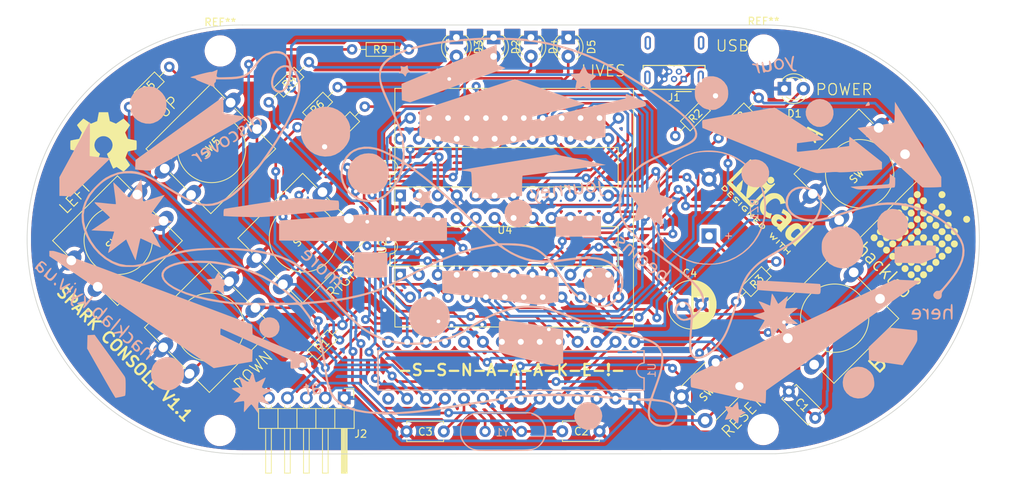
<source format=kicad_pcb>
(kicad_pcb (version 20210228) (generator pcbnew)
  (layers (0 "F.Cu" signal) (31 "B.Cu" signal) (34 "B.Paste" user) (35 "F.Paste" user) (36 "B.SilkS" user "B.Silkscreen") (37 "F.SilkS" user "F.Silkscreen") (38 "B.Mask" user) (39 "F.Mask" user) (44 "Edge.Cuts" user))
  (net 0 "")
  (net 1 "GND")
  (net 2 "Net-(BZ1-Pad1)")
  (net 3 "VCC")
  (net 4 "Net-(C2-Pad1)")
  (net 5 "Net-(C3-Pad1)")
  (net 6 "Net-(D1-Pad2)")
  (net 7 "Net-(D2-Pad2)")
  (net 8 "Net-(D3-Pad2)")
  (net 9 "Net-(D4-Pad2)")
  (net 10 "Net-(D5-Pad2)")
  (net 11 "Net-(J2-Pad4)")
  (net 12 "Net-(J2-Pad3)")
  (net 13 "/RESET")
  (net 14 "/BUZZER")
  (net 15 "Net-(R4-Pad2)")
  (net 16 "Net-(R5-Pad2)")
  (net 17 "Net-(R6-Pad2)")
  (net 18 "Net-(R7-Pad2)")
  (net 19 "Net-(R8-Pad2)")
  (net 20 "Net-(R9-Pad2)")
  (net 21 "/BTN_LEFT")
  (net 22 "/BTN_RIGHT")
  (net 23 "/BTN_UP")
  (net 24 "/BTN_DOWN")
  (net 25 "/BTN_A")
  (net 26 "/BTN_B")
  (net 27 "/CLK")
  (net 28 "/MOSI")
  (net 29 "/CS")
  (net 30 "Net-(U2-Pad24)")
  (net 31 "Net-(U2-Pad23)")
  (net 32 "Net-(U2-Pad22)")
  (net 33 "Net-(U2-Pad21)")
  (net 34 "Net-(U2-Pad20)")
  (net 35 "Net-(U2-Pad17)")
  (net 36 "Net-(U2-Pad16)")
  (net 37 "Net-(U2-Pad15)")
  (net 38 "Net-(U2-Pad14)")
  (net 47 "Net-(U2-Pad2)")
  (net 48 "Net-(U2-Pad3)")
  (net 49 "Net-(U2-Pad5)")
  (net 50 "Net-(U2-Pad6)")
  (net 51 "Net-(U2-Pad7)")
  (net 52 "Net-(U2-Pad8)")
  (net 53 "Net-(U2-Pad10)")
  (net 54 "Net-(U2-Pad11)")
  (net 55 "Net-(U3-Pad2)")
  (net 56 "Net-(U3-Pad3)")
  (net 57 "Net-(U3-Pad5)")
  (net 58 "Net-(U3-Pad6)")
  (net 59 "Net-(U3-Pad7)")
  (net 60 "Net-(U3-Pad8)")
  (net 61 "Net-(U3-Pad10)")
  (net 62 "Net-(U3-Pad11)")
  (footprint "Resistor_THT:R_Axial_DIN0204_L3.6mm_D1.6mm_P7.62mm_Horizontal" (layer "F.Cu") (at 177.623877 72.616924 -135)
    (fp_text reference "R2")
    (fp_text value "470")
  )
  (footprint "Button_Switch_THT:SW_PUSH-12mm" (layer "F.Cu") (at 103.547887 106.35278 45)
    (fp_text reference "SW2")
    (fp_text value "SW_Push")
  )
  (footprint "MountingHole:MountingHole_3.2mm_M3_ISO7380" (layer "F.Cu") (at 184.0738 66.4718)
    (fp_text reference "REF**")
    (fp_text value "MountingHole_3.2mm_M3_ISO7380")
  )
  (footprint "" (layer "F.Cu") (at 184.023 117.3734)
    (fp_text reference "")
    (fp_text value "")
  )
  (footprint "spark-console:HL-M1388BRPG" (layer "F.Cu") (at 149.37 86.62)
    (fp_text reference "U4")
    (fp_text value "HL-M1388BRPG")
  )
  (footprint "Button_Switch_THT:SW_PUSH-12mm" (layer "F.Cu") (at 91.228887 94.69418 45)
    (fp_text reference "SW6")
    (fp_text value "SW_Push")
  )
  (footprint "Package_DIP:DIP-24_W7.62mm" (layer "F.Cu") (at 135.3 86 90)
    (fp_text reference "U3")
    (fp_text value "MAX7221xNG")
  )
  (footprint "Symbol:KiCad-Logo2_5mm_SilkScreen" (layer "F.Cu") (at 184.912 87.376 -45)
    (fp_text reference "REF**" hide)
    (fp_text value "KiCad-Logo2_5mm_SilkScreen" hide)
  )
  (footprint "Resistor_THT:R_Axial_DIN0204_L3.6mm_D1.6mm_P7.62mm_Horizontal" (layer "F.Cu") (at 104.3686 68.7324 -135)
    (fp_text reference "R5")
    (fp_text value "470")
  )
  (footprint "LED_THT:LED_D3.0mm" (layer "F.Cu") (at 157.869 64.7954 -90)
    (fp_text reference "D5")
    (fp_text value "USER LED")
  )
  (footprint "MountingHole:MountingHole_3.2mm_M3_ISO7380" (layer "F.Cu") (at 111.2012 66.5988)
    (fp_text reference "REF**")
    (fp_text value "MountingHole_3.2mm_M3_ISO7380")
  )
  (footprint "Capacitor_THT:CP_Radial_D6.3mm_P2.50mm" (layer "F.Cu") (at 173.188621 100.6348)
    (fp_text reference "C4")
    (fp_text value "100uF")
  )
  (footprint "Resistor_THT:R_Axial_DIN0204_L3.6mm_D1.6mm_P7.62mm_Horizontal" (layer "F.Cu") (at 128.8796 66.3956)
    (fp_text reference "R9")
    (fp_text value "R")
  )
  (footprint "Resistor_THT:R_Axial_DIN0204_L3.6mm_D1.6mm_P7.62mm_Horizontal" (layer "F.Cu") (at 183.415077 72.896324 -135)
    (fp_text reference "R8")
    (fp_text value "R")
  )
  (footprint "Button_Switch_THT:SW_PUSH-12mm" (layer "F.Cu") (at 187.317087 105.13358 45)
    (fp_text reference "SW1")
    (fp_text value "SW_Push")
  )
  (footprint "Capacitor_THT:C_Disc_D4.7mm_W2.5mm_P5.00mm" (layer "F.Cu") (at 190.997767 115.813767 135)
    (fp_text reference "C1")
    (fp_text value "100n")
  )
  (footprint "Symbol:OSHW-Symbol_8.9x8mm_SilkScreen" (layer "F.Cu") (at 95.5294 78.8162)
    (fp_text reference "REF**" hide)
    (fp_text value "OSHW-Symbol_8.9x8mm_SilkScreen" hide)
  )
  (footprint "logo:hacklab_pcb2" (layer "F.Cu") (at 204.62211 91.716745 -45)
    (fp_text reference "G***" hide)
    (fp_text value "LOGO" hide)
  )
  (footprint "" (layer "F.Cu") (at 175.6918 65.5066)
    (fp_text reference "")
    (fp_text value "")
  )
  (footprint "LED_THT:LED_D3.0mm" (layer "F.Cu") (at 186.8628 71.6534)
    (fp_text reference "D1")
    (fp_text value "POWER LED")
  )
  (footprint "Button_Switch_THT:SW_PUSH-12mm" (layer "F.Cu") (at 190.669887 85.75338 45)
    (fp_text reference "SW4")
    (fp_text value "SW_Push")
  )
  (footprint "Button_Switch_THT:SW_PUSH-12mm" (layer "F.Cu") (at 103.751087 82.37518 45)
    (fp_text reference "SW5")
    (fp_text value "SW_Push")
  )
  (footprint "Connector_USB:USB_Micro-B_Wuerth_614105150721_Vertical" (layer "F.Cu") (at 173.37 70.3674 180)
    (fp_text reference "J1")
    (fp_text value "USB_B")
  )
  (footprint "Package_DIP:DIP-24_W7.62mm" (layer "F.Cu") (at 135.3 96.62 90)
    (fp_text reference "U2")
    (fp_text value "MAX7221xNG")
  )
  (footprint "Resistor_THT:R_Axial_DIN0204_L3.6mm_D1.6mm_P7.62mm_Horizontal" (layer "F.Cu") (at 122.197724 108.739077 45)
    (fp_text reference "R1")
    (fp_text value "10k")
  )
  (footprint "Resistor_THT:R_Axial_DIN0204_L3.6mm_D1.6mm_P7.62mm_Horizontal" (layer "F.Cu") (at 130.583077 74.064724 -135)
    (fp_text reference "R7")
    (fp_text value "470")
  )
  (footprint "Button_Switch_THT:SW_PUSH-12mm" (layer "F.Cu") (at 116.070087 94.36398 45)
    (fp_text reference "SW7")
    (fp_text value "SW_Push")
  )
  (footprint "Connector_PinHeader_2.54mm:PinHeader_1x05_P2.54mm_Horizontal" (layer "F.Cu") (at 127.8332 113.1254 -90)
    (fp_text reference "J2")
    (fp_text value "PROGRAM")
  )
  (footprint "Resistor_THT:R_Axial_DIN0204_L3.6mm_D1.6mm_P7.62mm_Horizontal" (layer "F.Cu") (at 185.777277 94.841924 -135)
    (fp_text reference "R3")
    (fp_text value "470")
  )
  (footprint "Button_Switch_THT:SW_PUSH_6mm" (layer "F.Cu") (at 173.047313 112.975107 45)
    (fp_text reference "SW3")
    (fp_text value "SW_Push")
  )
  (footprint "LED_THT:LED_D3.0mm" (layer "F.Cu") (at 152.869 64.7954 -90)
    (fp_text reference "D4")
    (fp_text value "USER LED")
  )
  (footprint "Capacitor_THT:C_Disc_D4.7mm_W2.5mm_P5.00mm" (layer "F.Cu") (at 141.184 117.6274 180)
    (fp_text reference "C3")
    (fp_text value "22pF")
  )
  (footprint "LED_THT:LED_D3.0mm" (layer "F.Cu") (at 147.869 64.7954 -90)
    (fp_text reference "D2")
    (fp_text value "USER LED")
  )
  (footprint "Resistor_THT:R_Axial_DIN0204_L3.6mm_D1.6mm_P7.62mm_Horizontal" (layer "F.Cu") (at 123.090076 68.095723 -135)
    (fp_text reference "R4")
    (fp_text value "470")
  )
  (footprint "Capacitor_THT:C_Disc_D4.7mm_W2.5mm_P5.00mm" (layer "F.Cu") (at 157.0628 117.602)
    (fp_text reference "C2")
    (fp_text value "22pF")
  )
  (footprint "" (layer "F.Cu") (at 168.5418 65.5066)
    (fp_text reference "")
    (fp_text value "")
  )
  (footprint "" (layer "F.Cu") (at 111.1504 117.5004)
    (fp_text reference "")
    (fp_text value "")
  )
  (footprint "LED_THT:LED_D3.0mm" (layer "F.Cu") (at 142.869 64.7954 -90)
    (fp_text reference "D3")
    (fp_text value "USER LED")
  )
  (footprint "Resistor_THT:R_Axial_DIN0204_L3.6mm_D1.6mm_P7.62mm_Horizontal" (layer "F.Cu") (at 126.950877 71.448524 -135)
    (fp_text reference "R6")
    (fp_text value "470")
  )
  (footprint "Buzzer_Beeper:Buzzer_15x7.5RM7.6" (layer "B.Cu") (at 176.7586 91.4046 90)
    (fp_text reference "BZ1")
    (fp_text value "Buzzer")
  )
  (footprint "logo:hacklab_pcb3" (layer "B.Cu") (at 148.6408 92.4814 180)
    (fp_text reference "G***" hide)
    (fp_text value "LOGO" hide)
  )
  (footprint "Package_DIP:DIP-28_W7.62mm" (layer "B.Cu") (at 166.751 113.2332 90)
    (fp_text reference "U1")
    (fp_text value "ATmega328P-P")
  )
  (footprint "Crystal:Crystal_HC49-4H_Vertical" (layer "B.Cu") (at 146.7242 117.6274)
    (fp_text reference "Y1")
    (fp_text value "Crystal")
  )
  (gr_line (start 114.173 63.119) (end 184.3532 63.119) (layer "Edge.Cuts") (width 0.1))
  (gr_arc (start 114.07481 91.8845) (end 114.173 63.119) (angle -180.3911526) (layer "Edge.Cuts") (width 0.1))
  (gr_line (start 114.173 120.65) (end 185.6994 120.6246) (layer "Edge.Cuts") (width 0.1))
  (gr_arc (start 184.243203 91.890132) (end 184.3532 63.119) (angle 176.8798125) (layer "Edge.Cuts") (width 0.1))
  (gr_text "POWER" (at 194.8688 71.7804) (layer "F.SilkS") (effects (font (size 1.5 1.5))))
  (gr_text "RESET" (at 181.2036 115.697 45) (layer "F.SilkS") (effects (font (size 1.5 1.5))))
  (gr_text "USB" (at 179.9082 65.913) (layer "F.SilkS") (effects (font (size 1.5 1.5))))
  (gr_text "LIVES" (at 162.5854 69.2658) (layer "F.SilkS") (effects (font (size 1.5 1.5))))
  (gr_text "A" (at 190.8048 77.6986 45) (layer "F.SilkS") (effects (font (size 2 2) (thickness 0.3))))
  (gr_text "B" (at 199.39 108.585 45) (layer "F.SilkS") (effects (font (size 2 2) (thickness 0.3))))
  (gr_text "DOWN" (at 115.6208 109.474 45) (layer "F.SilkS") (effects (font (size 1.5 1.5))))
  (gr_text "-S-S-N-A-A-A-K-E-!-" (at 150.2664 109.3978) (layer "F.SilkS") (effects (font (size 1.5 1.5) (thickness 0.3))))
  (gr_text "UP" (at 104.267 74.1172 45) (layer "F.SilkS") (effects (font (size 1.5 1.5))))
  (gr_text "RIGHT" (at 128.016 97.282 45) (layer "F.SilkS") (effects (font (size 1.5 1.5))))
  (gr_text "SPARK CONSOLE V1.1" (at 98.3742 107.2388 315) (layer "F.SilkS") (effects (font (size 1.5 1.5) (thickness 0.3))))
  (gr_text "LEFT" (at 91.7448 86.2838 45) (layer "F.SilkS") (effects (font (size 1.5 1.5))))
  (segment (start 112.386722 97.513945) (end 112.920122 97.513945) (width 0.35) (layer "F.Cu") (net 1))
  (segment (start 142.92 96.62) (end 144.2039 95.3361) (width 0.35) (layer "F.Cu") (net 1))
  (segment (start 112.408777 97.536) (end 112.386722 97.513945) (width 0.35) (layer "F.Cu") (net 1))
  (segment (start 124.908922 85.525145) (end 126.366487 84.06758) (width 0.35) (layer "F.Cu") (net 1))
  (segment (start 126.366487 84.06758) (end 140.98758 84.06758) (width 0.35) (layer "F.Cu") (net 1))
  (segment (start 137.792374 93.3704) (end 137.628587 93.534187) (width 0.35) (layer "F.Cu") (net 1))
  (segment (start 140.98758 84.06758) (end 142.92 86) (width 0.35) (layer "F.Cu") (net 1))
  (segment (start 154.3361 95.3361) (end 155.62 96.62) (width 0.35) (layer "F.Cu") (net 1))
  (segment (start 144.2039 95.3361) (end 154.3361 95.3361) (width 0.35) (layer "F.Cu") (net 1))
  (segment (start 140.9954 93.3704) (end 137.792374 93.3704) (width 0.35) (layer "F.Cu") (net 1))
  (segment (start 100.067722 85.855345) (end 100.270922 85.855345) (width 0.35) (layer "F.Cu") (net 1))
  (via (at 137.628587 93.534187) (size 1.2) (drill 0.5) (layers "F.Cu" "B.Cu") (net 1))
  (via (at 133.248863 101.370937) (size 1.2) (drill 0.5) (layers "F.Cu" "B.Cu") (net 1))
  (via (at 140.9954 93.3704) (size 1.2) (drill 0.5) (layers "F.Cu" "B.Cu") (net 1))
  (segment (start 154.2781 87.3419) (end 155.62 86) (width 0.35) (layer "B.Cu") (net 1))
  (segment (start 142.92 96.62) (end 142.92 95.295) (width 0.35) (layer "B.Cu") (net 1))
  (segment (start 134.238154 93.534187) (end 137.628587 93.534187) (width 0.35) (layer "B.Cu") (net 1))
  (segment (start 142.92 95.295) (end 140.9954 93.3704) (width 0.35) (layer "B.Cu") (net 1))
  (segment (start 148.9806 103.5304) (end 150.7998 103.5304) (width 0.35) (layer "B.Cu") (net 1))
  (segment (start 151.511 104.2416) (end 151.511 105.6132) (width 0.35) (layer "B.Cu") (net 1))
  (segment (start 127.8332 113.8986) (end 127.8332 113.1254) (width 0.35) (layer "B.Cu") (net 1))
  (segment (start 143.0882 96.62) (end 145.56 99.0918) (width 0.35) (layer "B.Cu") (net 1))
  (segment (start 142.92 96.62) (end 143.0882 96.62) (width 0.35) (layer "B.Cu") (net 1))
  (segment (start 142.92 86) (end 144.2619 87.3419) (width 0.35) (layer "B.Cu") (net 1))
  (segment (start 132.71778 95.054561) (end 134.238154 93.534187) (width 0.35) (layer "B.Cu") (net 1))
  (segment (start 150.7998 103.5304) (end 151.511 104.2416) (width 0.35) (layer "B.Cu") (net 1))
  (segment (start 132.71778 100.839854) (end 132.71778 95.054561) (width 0.35) (layer "B.Cu") (net 1))
  (segment (start 145.56 100.1098) (end 148.9806 103.5304) (width 0.35) (layer "B.Cu") (net 1))
  (segment (start 133.248863 101.370937) (end 132.71778 100.839854) (width 0.35) (layer "B.Cu") (net 1))
  (segment (start 142.869 64.7954) (end 142.64517 64.57157) (width 0.35) (layer "B.Cu") (net 1))
  (segment (start 145.56 99.0918) (end 145.56 100.1098) (width 0.35) (layer "B.Cu") (net 1))
  (segment (start 144.2619 87.3419) (end 154.2781 87.3419) (width 0.35) (layer "B.Cu") (net 1))
  (segment (start 185.777277 94.841924) (end 180.195924 94.841924) (width 0.35) (layer "F.Cu") (net 2))
  (segment (start 180.195924 94.841924) (end 176.7586 91.4046) (width 0.35) (layer "F.Cu") (net 2))
  (segment (start 179.266633 68.74788) (end 183.415077 72.896324) (width 0.35) (layer "F.Cu") (net 3))
  (segment (start 127.585878 103.350923) (end 125.847601 103.350923) (width 0.35) (layer "F.Cu") (net 3))
  (segment (start 178.254834 117.680566) (end 180.9496 114.9858) (width 0.35) (layer "F.Cu") (net 3))
  (segment (start 190.1698 114.9858) (end 190.997767 115.813767) (width 0.35) (layer "F.Cu") (net 3))
  (segment (start 125.847601 103.350923) (end 117.6732 111.525324) (width 0.35) (layer "F.Cu") (net 3))
  (segment (start 175.570495 117.680566) (end 178.254834 117.680566) (width 0.35) (layer "F.Cu") (net 3))
  (segment (start 138.221672 102.445448) (end 138.9764 101.69072) (width 0.35) (layer "F.Cu") (net 3))
  (segment (start 174.521824 111.834624) (end 174.521824 116.631895) (width 0.35) (layer "F.Cu") (net 3))
  (segment (start 173.37 70.3674) (end 174.98952 68.74788) (width 0.35) (layer "F.Cu") (net 3))
  (segment (start 146.7072 72.5172) (end 145.5274 71.3374) (width 0.35) (layer "F.Cu") (net 3))
  (segment (start 180.9496 114.9858) (end 190.1698 114.9858) (width 0.35) (layer "F.Cu") (net 3))
  (segment (start 116.9924 66.3956) (end 115.0112 68.3768) (width 0.35) (layer "F.Cu") (net 3))
  (segment (start 149.6999 108.8821) (end 146.431 105.6132) (width 0.35) (layer "F.Cu") (net 3))
  (segment (start 171.8564 109.1692) (end 174.521824 111.834624) (width 0.35) (layer "F.Cu") (net 3))
  (segment (start 174.521824 116.631895) (end 175.570495 117.680566) (width 0.35) (layer "F.Cu") (net 3))
  (segment (start 172.235723 75.958123) (end 172.235723 78.005078) (width 0.35) (layer "F.Cu") (net 3))
  (segment (start 171.2202 72.5172) (end 173.37 70.3674) (width 0.35) (layer "F.Cu") (net 3))
  (segment (start 146.7072 72.5172) (end 168.7948 72.5172) (width 0.35) (layer "F.Cu") (net 3))
  (segment (start 174.98952 68.74788) (end 179.266633 68.74788) (width 0.35) (layer "F.Cu") (net 3))
  (segment (start 148 89) (end 151.8311 92.8311) (width 0.35) (layer "F.Cu") (net 3))
  (segment (start 166.529021 93.9752) (end 157.4299 93.9752) (width 0.35) (layer "F.Cu") (net 3))
  (segment (start 151.4348 108.8821) (end 149.6999 108.8821) (width 0.35) (layer "F.Cu") (net 3))
  (segment (start 132.274971 102.445448) (end 138.221672 102.445448) (width 0.35) (layer "F.Cu") (net 3))
  (segment (start 129.844801 101.092) (end 130.921523 101.092) (width 0.35) (layer "F.Cu") (net 3))
  (segment (start 117.6732 111.525324) (end 117.6732 113.1254) (width 0.35) (layer "F.Cu") (net 3))
  (segment (start 138.9764 101.69072) (end 142.50852 101.69072) (width 0.35) (layer "F.Cu") (net 3))
  (segment (start 130.921523 101.092) (end 132.274971 102.445448) (width 0.35) (layer "F.Cu") (net 3))
  (segment (start 168.7948 72.5172) (end 171.2202 72.5172) (width 0.35) (layer "F.Cu") (net 3))
  (segment (start 168.7948 72.5172) (end 172.235723 75.958123) (width 0.35) (layer "F.Cu") (net 3))
  (segment (start 173.188621 100.6348) (end 166.529021 93.9752) (width 0.35) (layer "F.Cu") (net 3))
  (segment (start 156.2858 92.8311) (end 157.4299 93.9752) (width 0.35) (layer "F.Cu") (net 3))
  (segment (start 142.50852 101.69072) (end 146.431 105.6132) (width 0.35) (layer "F.Cu") (net 3))
  (segment (start 127.585878 103.350923) (end 129.844801 101.092) (width 0.35) (layer "F.Cu") (net 3))
  (segment (start 128.8796 66.3956) (end 116.9924 66.3956) (width 0.35) (layer "F.Cu") (net 3))
  (segment (start 151.8311 92.8311) (end 156.2858 92.8311) (width 0.35) (layer "F.Cu") (net 3))
  (via (at 151.4348 108.8821) (size 1.2) (drill 0.5) (layers "F.Cu" "B.Cu") (net 3))
  (via (at 171.8564 109.1692) (size 1.2) (drill 0.5) (layers "F.Cu" "B.Cu") (net 3))
  (via (at 115.0112 68.3768) (size 1.2) (drill 0.5) (layers "F.Cu" "B.Cu") (net 3))
  (via (at 145.5274 71.3374) (size 1.2) (drill 0.5) (layers "F.Cu" "B.Cu") (net 3))
  (segment (start 204.867333 90.102867) (end 190.9953 103.9749) (width 0.35) (layer "B.Cu") (net 3))
  (segment (start 145.5274 71.3374) (end 145.5274 76.1133) (width 0.35) (layer "B.Cu") (net 3))
  (segment (start 127.585878 102.360974) (end 127.585878 103.350923) (width 0.35) (layer "B.Cu") (net 3))
  (segment (start 188.929711 101.909311) (end 174.463132 101.909311) (width 0.35) (layer "B.Cu") (net 3))
  (segment (start 183.415077 72.896324) (end 184.115077 73.596324) (width 0.35) (layer "B.Cu") (net 3))
  (segment (start 190.9953 103.9749) (end 188.929711 101.909311) (width 0.35) (layer "B.Cu") (net 3))
  (segment (start 151.4348 108.8821) (end 151.6049 108.712) (width 0.35) (layer "B.Cu") (net 3))
  (segment (start 192.5828 114.228734) (end 192.5828 112.249277) (width 0.35) (layer "B.Cu") (net 3))
  (segment (start 151.4348 108.8821) (end 151.511 108.9583) (width 0.35) (layer "B.Cu") (net 3))
  (segment (start 115.0112 76.206915) (end 114.302379 76.915736) (width 0.35) (layer "B.Cu") (net 3))
  (segment (start 151.511 108.9583) (end 151.511 113.2332) (width 0.35) (layer "B.Cu") (net 3))
  (segment (start 204.867333 79.446822) (end 204.867333 90.102867) (width 0.35) (layer "B.Cu") (net 3))
  (segment (start 114.302379 76.915736) (end 114.302379 89.077475) (width 0.35) (layer "B.Cu") (net 3))
  (segment (start 147.7941 78.38) (end 148 78.38) (width 0.35) (layer "B.Cu") (net 3))
  (segment (start 145.5274 76.1133) (end 147.7941 78.38) (width 0.35) (layer "B.Cu") (net 3))
  (segment (start 114.302379 89.077475) (end 127.585878 102.360974) (width 0.35) (layer "B.Cu") (net 3))
  (segment (start 115.0112 68.3768) (end 115.0112 76.206915) (width 0.35) (layer "B.Cu") (net 3))
  (segment (start 192.675698 112.156379) (end 192.675698 105.655298) (width 0.35) (layer "B.Cu") (net 3))
  (segment (start 174.463132 101.909311) (end 173.188621 100.6348) (width 0.35) (layer "B.Cu") (net 3))
  (segment (start 190.997767 115.813767) (end 192.5828 114.228734) (width 0.35) (layer "B.Cu") (net 3))
  (segment (start 199.016835 73.596324) (end 204.867333 79.446822) (width 0.35) (layer "B.Cu") (net 3))
  (segment (start 171.3992 108.712) (end 171.8564 109.1692) (width 0.35) (layer "B.Cu") (net 3))
  (segment (start 192.675698 105.655298) (end 190.9953 103.9749) (width 0.35) (layer "B.Cu") (net 3))
  (segment (start 184.115077 73.596324) (end 199.016835 73.596324) (width 0.35) (layer "B.Cu") (net 3))
  (segment (start 192.5828 112.249277) (end 192.675698 112.156379) (width 0.35) (layer "B.Cu") (net 3))
  (segment (start 151.6049 108.712) (end 171.3992 108.712) (width 0.35) (layer "B.Cu") (net 3))
  (segment (start 157.0374 117.6274) (end 157.0628 117.602) (width 0.35) (layer "F.Cu") (net 4))
  (segment (start 151.6042 117.6274) (end 150.8252 117.6274) (width 0.35) (layer "F.Cu") (net 4))
  (segment (start 151.6042 117.6274) (end 157.0374 117.6274) (width 0.35) (layer "F.Cu") (net 4))
  (segment (start 150.8252 117.6274) (end 146.431 113.2332) (width 0.35) (layer "F.Cu") (net 4))
  (segment (start 146.7242 116.0664) (end 143.891 113.2332) (width 0.35) (layer "F.Cu") (net 5))
  (segment (start 146.7242 117.6274) (end 146.7242 116.0664) (width 0.35) (layer "F.Cu") (net 5))
  (segment (start 143.891 113.2332) (end 143.891 114.9204) (width 0.35) (layer "F.Cu") (net 5))
  (segment (start 143.891 114.9204) (end 141.184 117.6274) (width 0.35) (layer "F.Cu") (net 5))
  (segment (start 179.077788 74.070835) (end 186.985365 74.070835) (width 0.35) (layer "F.Cu") (net 6))
  (segment (start 177.623877 72.616924) (end 179.077788 74.070835) (width 0.35) (layer "F.Cu") (net 6))
  (segment (start 186.985365 74.070835) (end 189.4028 71.6534) (width 0.35) (layer "F.Cu") (net 6))
  (segment (start 123.090076 68.095723) (end 123.790076 68.795723) (width 0.35) (layer "B.Cu") (net 7))
  (segment (start 143.442954 68.795723) (end 144.903277 67.3354) (width 0.35) (layer "B.Cu") (net 7))
  (segment (start 123.790076 68.795723) (end 143.442954 68.795723) (width 0.35) (layer "B.Cu") (net 7))
  (segment (start 144.903277 67.3354) (end 147.869 67.3354) (width 0.35) (layer "B.Cu") (net 7))
  (segment (start 140.1766 70.0278) (end 142.869 67.3354) (width 0.35) (layer "F.Cu") (net 8))
  (segment (start 142.869 67.3354) (end 142.4688 67.7356) (width 0.35) (layer "F.Cu") (net 8))
  (segment (start 104.3686 68.7324) (end 105.664 70.0278) (width 0.35) (layer "F.Cu") (net 8))
  (segment (start 105.664 70.0278) (end 140.1766 70.0278) (width 0.35) (layer "F.Cu") (net 8))
  (segment (start 141.9098 70.358) (end 142.748 69.5198) (width 0.35) (layer "F.Cu") (net 9))
  (segment (start 142.748 69.5198) (end 152.4508 69.5198) (width 0.35) (layer "F.Cu") (net 9))
  (segment (start 152.4508 69.5198) (end 152.869 69.1016) (width 0.35) (layer "F.Cu") (net 9))
  (segment (start 152.869 69.1016) (end 152.869 67.3354) (width 0.35) (layer "F.Cu") (net 9))
  (via (at 141.9098 70.358) (size 1.2) (drill 0.5) (layers "F.Cu" "B.Cu") (net 9))
  (segment (start 140.819276 71.448524) (end 141.9098 70.358) (width 0.35) (layer "B.Cu") (net 9))
  (segment (start 126.950877 71.448524) (end 140.819276 71.448524) (width 0.35) (layer "B.Cu") (net 9))
  (segment (start 140.971676 74.064724) (end 130.583077 74.064724) (width 0.35) (layer "F.Cu") (net 10))
  (segment (start 157.869 69.9436) (end 157.2514 70.5612) (width 0.35) (layer "F.Cu") (net 10))
  (segment (start 157.869 67.3354) (end 157.869 69.9436) (width 0.35) (layer "F.Cu") (net 10))
  (segment (start 144.773511 70.262889) (end 140.971676 74.064724) (width 0.35) (layer "F.Cu") (net 10))
  (segment (start 156.953089 70.262889) (end 144.773511 70.262889) (width 0.35) (layer "F.Cu") (net 10))
  (segment (start 157.2514 70.5612) (end 156.953089 70.262889) (width 0.35) (layer "F.Cu") (net 10))
  (segment (start 134.253913 110.195687) (end 135.005426 110.9472) (width 0.35) (layer "F.Cu") (net 11))
  (segment (start 135.005426 110.9472) (end 156.2354 110.9472) (width 0.35) (layer "F.Cu") (net 11))
  (via (at 134.253913 110.195687) (size 1.2) (drill 0.5) (layers "F.Cu" "B.Cu") (net 11))
  (via (at 156.2354 110.9472) (size 1.2) (drill 0.5) (layers "F.Cu" "B.Cu") (net 11))
  (segment (start 124.1948 109.1438) (end 120.2132 113.1254) (width 0.35) (layer "B.Cu") (net 11))
  (segment (start 161.925 110.9472) (end 164.211 113.2332) (width 0.35) (layer "B.Cu") (net 11))
  (segment (start 156.2354 110.9472) (end 161.925 110.9472) (width 0.35) (layer "B.Cu") (net 11))
  (segment (start 124.223689 109.1438) (end 124.1948 109.1438) (width 0.35) (layer "B.Cu") (net 11))
  (segment (start 125.813966 110.167511) (end 124.782434 110.167511) (width 0.35) (layer "B.Cu") (net 11))
  (segment (start 133.419746 109.36152) (end 126.619957 109.36152) (width 0.35) (layer "B.Cu") (net 11))
  (segment (start 134.253913 110.195687) (end 133.419746 109.36152) (width 0.35) (layer "B.Cu") (net 11))
  (segment (start 124.223689 109.608766) (end 124.223689 109.1438) (width 0.35) (layer "B.Cu") (net 11))
  (segment (start 124.782434 110.167511) (end 124.223689 109.608766) (width 0.35) (layer "B.Cu") (net 11))
  (segment (start 126.619957 109.36152) (end 125.813966 110.167511) (width 0.35) (layer "B.Cu") (net 11))
  (segment (start 134.816523 116.205) (end 158.6992 116.205) (width 0.35) (layer "B.Cu") (net 12))
  (segment (start 122.7532 113.1254) (end 124.727231 111.151369) (width 0.35) (layer "B.Cu") (net 12))
  (segment (start 129.762892 111.151369) (end 134.816523 116.205) (width 0.35) (layer "B.Cu") (net 12))
  (segment (start 124.727231 111.151369) (end 129.762892 111.151369) (width 0.35) (layer "B.Cu") (net 12))
  (segment (start 158.6992 116.205) (end 161.671 113.2332) (width 0.35) (layer "B.Cu") (net 12))
  (segment (start 125.2932 111.834553) (end 125.2932 113.1254) (width 0.35) (layer "F.Cu") (net 13))
  (segment (start 176.229294 116.157088) (end 180.825488 111.560893) (width 0.35) (layer "F.Cu") (net 13))
  (segment (start 122.197724 108.739077) (end 125.2932 111.834553) (width 0.35) (layer "F.Cu") (net 13))
  (segment (start 129.062809 111.800889) (end 134.909489 117.647569) (width 0.35) (layer "B.Cu") (net 13))
  (segment (start 135.572234 118.901911) (end 162.649166 118.901911) (width 0.35) (layer "B.Cu") (net 13))
  (segment (start 169.674888 116.157088) (end 166.751 113.2332) (width 0.35) (layer "B.Cu") (net 13))
  (segment (start 176.229294 116.157088) (end 169.674888 116.157088) (width 0.35) (layer "B.Cu") (net 13))
  (segment (start 166.751 114.800077) (end 166.751 113.2332) (width 0.35) (layer "B.Cu") (net 13))
  (segment (start 125.2932 113.1254) (end 126.617711 111.800889) (width 0.35) (layer "B.Cu") (net 13))
  (segment (start 162.649166 118.901911) (end 166.751 114.800077) (width 0.35) (layer "B.Cu") (net 13))
  (segment (start 126.617711 111.800889) (end 129.062809 111.800889) (width 0.35) (layer "B.Cu") (net 13))
  (segment (start 134.909489 117.647569) (end 134.909489 118.239166) (width 0.35) (layer "B.Cu") (net 13))
  (segment (start 134.909489 118.239166) (end 135.572234 118.901911) (width 0.35) (layer "B.Cu") (net 13))
  (segment (start 180.389123 100.230078) (end 173.73149 106.887711) (width 0.35) (layer "F.Cu") (net 14))
  (segment (start 162.936489 106.887711) (end 156.591 113.2332) (width 0.35) (layer "F.Cu") (net 14))
  (segment (start 173.73149 106.887711) (end 162.936489 106.887711) (width 0.35) (layer "F.Cu") (net 14))
  (segment (start 131.9784 110.49) (end 132.0038 110.5154) (width 0.35) (layer "F.Cu") (net 15))
  (segment (start 131.9784 107.812993) (end 131.9784 110.49) (width 0.35) (layer "F.Cu") (net 15))
  (segment (start 131.153398 106.987991) (end 131.9784 107.812993) (width 0.35) (layer "F.Cu") (net 15))
  (via (at 132.0038 110.5154) (size 1.2) (drill 0.5) (layers "F.Cu" "B.Cu") (net 15))
  (via (at 131.153398 106.987991) (size 1.2) (drill 0.5) (layers "F.Cu" "B.Cu") (net 15))
  (segment (start 131.9903 105.758777) (end 131.9903 88.185) (width 0.35) (layer "B.Cu") (net 15))
  (segment (start 126.731999 84.521888) (end 125.912179 83.702068) (width 0.35) (layer "B.Cu") (net 15))
  (segment (start 125.866068 83.702068) (end 118.401922 76.237922) (width 0.35) (layer "B.Cu") (net 15))
  (segment (start 132.0038 110.5154) (end 132.758598 111.270198) (width 0.35) (layer "B.Cu") (net 15))
  (segment (start 132.758598 111.270198) (end 134.307998 111.270198) (width 0.35) (layer "B.Cu") (net 15))
  (segment (start 131.9903 88.185) (end 130.4968 86.6915) (width 0.35) (layer "B.Cu") (net 15))
  (segment (start 118.401922 74.183877) (end 117.701922 73.483877) (width 0.35) (layer "B.Cu") (net 15))
  (segment (start 126.731999 84.567999) (end 126.731999 84.521888) (width 0.35) (layer "B.Cu") (net 15))
  (segment (start 128.8555 86.6915) (end 126.731999 84.567999) (width 0.35) (layer "B.Cu") (net 15))
  (segment (start 125.912179 83.702068) (end 125.866068 83.702068) (width 0.35) (layer "B.Cu") (net 15))
  (segment (start 130.4968 86.6915) (end 128.8555 86.6915) (width 0.35) (layer "B.Cu") (net 15))
  (segment (start 118.401922 76.237922) (end 118.401922 74.183877) (width 0.35) (layer "B.Cu") (net 15))
  (segment (start 134.307998 111.270198) (end 136.271 113.2332) (width 0.35) (layer "B.Cu") (net 15))
  (segment (start 131.153398 106.987991) (end 131.153398 106.595679) (width 0.35) (layer "B.Cu") (net 15))
  (segment (start 131.153398 106.595679) (end 131.9903 105.758777) (width 0.35) (layer "B.Cu") (net 15))
  (segment (start 126.7206 108.171027) (end 126.7206 108.712) (width 0.35) (layer "B.Cu") (net 16))
  (segment (start 98.980446 80.430873) (end 126.7206 108.171027) (width 0.35) (layer "B.Cu") (net 16))
  (segment (start 126.7206 108.712) (end 134.2898 108.712) (width 0.35) (layer "B.Cu") (net 16))
  (segment (start 134.2898 108.712) (end 138.811 113.2332) (width 0.35) (layer "B.Cu") (net 16))
  (segment (start 98.980446 74.120554) (end 98.980446 80.430873) (width 0.35) (layer "B.Cu") (net 16))
  (segment (start 119.6848 78.714601) (end 121.562723 76.836678) (width 0.35) (layer "F.Cu") (net 17))
  (segment (start 130.048 107.453051) (end 130.048 111.436477) (width 0.35) (layer "F.Cu") (net 17))
  (segment (start 130.078898 107.422153) (end 130.048 107.453051) (width 0.35) (layer "F.Cu") (net 17))
  (segment (start 119.7179 82.237423) (end 119.6848 82.204323) (width 0.35) (layer "F.Cu") (net 17))
  (segment (start 119.7179 86.4616) (end 119.7179 82.237423) (width 0.35) (layer "F.Cu") (net 17))
  (segment (start 119.6848 82.204323) (end 119.6848 78.714601) (width 0.35) (layer "F.Cu") (net 17))
  (segment (start 130.064695 105.846078) (end 130.078898 105.860281) (width 0.35) (layer "F.Cu") (net 17))
  (segment (start 130.048 111.436477) (end 133.119234 114.507711) (width 0.35) (layer "F.Cu") (net 17))
  (segment (start 130.078898 105.860281) (end 130.078898 107.422153) (width 0.35) (layer "F.Cu") (net 17))
  (segment (start 133.119234 114.507711) (end 140.076489 114.507711) (width 0.35) (layer "F.Cu") (net 17))
  (segment (start 140.076489 114.507711) (end 141.351 113.2332) (width 0.35) (layer "F.Cu") (net 17))
  (via (at 119.7179 86.4616) (size 1.2) (drill 0.5) (layers "F.Cu" "B.Cu") (net 17))
  (via (at 130.064695 105.846078) (size 1.2) (drill 0.5) (layers "F.Cu" "B.Cu") (net 17))
  (segment (start 128.27 97.322877) (end 129.090511 96.502366) (width 0.35) (layer "B.Cu") (net 17))
  (segment (start 119.7179 87.0027) (end 119.7179 86.4616) (width 0.35) (layer "B.Cu") (net 17))
  (segment (start 129.35132 105.132703) (end 129.35132 104.242318) (width 0.35) (layer "B.Cu") (net 17))
  (segment (start 129.090511 95.470834) (end 128.531766 94.912089) (width 0.35) (layer "B.Cu") (net 17))
  (segment (start 129.409909 102.347886) (end 128.27 101.207976) (width 0.35) (layer "B.Cu") (net 17))
  (segment (start 130.064695 105.846078) (end 129.35132 105.132703) (width 0.35) (layer "B.Cu") (net 17))
  (segment (start 129.090511 96.502366) (end 129.090511 95.470834) (width 0.35) (layer "B.Cu") (net 17))
  (segment (start 128.531766 94.912089) (end 127.627289 94.912089) (width 0.35) (layer "B.Cu") (net 17))
  (segment (start 127.627289 94.912089) (end 119.7179 87.0027) (width 0.35) (layer "B.Cu") (net 17))
  (segment (start 128.27 101.207976) (end 128.27 97.322877) (width 0.35) (layer "B.Cu") (net 17))
  (segment (start 129.409909 104.183729) (end 129.409909 102.347886) (width 0.35) (layer "B.Cu") (net 17))
  (segment (start 129.35132 104.242318) (end 129.409909 104.183729) (width 0.35) (layer "B.Cu") (net 17))
  (segment (start 128.9304 106.980374) (end 128.9304 111.237437) (width 0.35) (layer "F.Cu") (net 18))
  (segment (start 125.194923 78.730601) (end 125.194923 79.452878) (width 0.35) (layer "F.Cu") (net 18))
  (segment (start 122.126489 75.662167) (end 125.194923 78.730601) (width 0.35) (layer "F.Cu") (net 18))
  (segment (start 128.9304 111.237437) (end 132.850193 115.15723) (width 0.35) (layer "F.Cu") (net 18))
  (segment (start 120.998957 75.662167) (end 122.126489 75.662167) (width 0.35) (layer "F.Cu") (net 18))
  (segment (start 118.6434 78.017724) (end 120.998957 75.662167) (width 0.35) (layer "F.Cu") (net 18))
  (segment (start 118.6434 82.7532) (end 118.6434 78.017724) (width 0.35) (layer "F.Cu") (net 18))
  (segment (start 129.004387 106.906387) (end 128.9304 106.980374) (width 0.35) (layer "F.Cu") (net 18))
  (segment (start 141.80687 115.15723) (end 141.8336 115.1305) (width 0.35) (layer "F.Cu") (net 18))
  (segment (start 132.850193 115.15723) (end 141.80687 115.15723) (width 0.35) (layer "F.Cu") (net 18))
  (via (at 129.004387 106.906387) (size 1.2) (drill 0.5) (layers "F.Cu" "B.Cu") (net 18))
  (via (at 141.8336 115.1305) (size 1.2) (drill 0.5) (layers "F.Cu" "B.Cu") (net 18))
  (via (at 118.6434 82.7532) (size 1.2) (drill 0.5) (layers "F.Cu" "B.Cu") (net 18))
  (segment (start 129.004387 106.906387) (end 128.7018 106.6038) (width 0.35) (layer "B.Cu") (net 18))
  (segment (start 152.1537 115.1305) (end 154.051 113.2332) (width 0.35) (layer "B.Cu") (net 18))
  (segment (start 128.7018 106.6038) (end 128.7018 103.973278) (width 0.35) (layer "B.Cu") (net 18))
  (segment (start 128.760389 102.616925) (end 118.534089 92.390625) (width 0.35) (layer "B.Cu") (net 18))
  (segment (start 141.8336 115.1305) (end 152.1537 115.1305) (width 0.35) (layer "B.Cu") (net 18))
  (segment (start 118.534089 88.257234) (end 118.6434 88.147923) (width 0.35) (layer "B.Cu") (net 18))
  (segment (start 118.6434 88.147923) (end 118.6434 82.7532) (width 0.35) (layer "B.Cu") (net 18))
  (segment (start 128.7018 103.973278) (end 128.760389 103.914689) (width 0.35) (layer "B.Cu") (net 18))
  (segment (start 118.534089 92.390625) (end 118.534089 88.257234) (width 0.35) (layer "B.Cu") (net 18))
  (segment (start 128.760389 103.914689) (end 128.760389 102.616925) (width 0.35) (layer "B.Cu") (net 18))
  (segment (start 175.284089 84.532511) (end 175.284089 81.027312) (width 0.35) (layer "F.Cu") (net 19))
  (segment (start 152.5199 90.9799) (end 164.4597 90.9799) (width 0.35) (layer "F.Cu") (net 19))
  (segment (start 150.54 89) (end 152.5199 90.9799) (width 0.35) (layer "F.Cu") (net 19))
  (segment (start 173.093234 86.326889) (end 173.489711 86.326889) (width 0.35) (layer "F.Cu") (net 19))
  (segment (start 168.945323 90.4748) (end 173.093234 86.326889) (width 0.35) (layer "F.Cu") (net 19))
  (segment (start 164.4597 90.9799) (end 165.302711 90.136889) (width 0.35) (layer "F.Cu") (net 19))
  (segment (start 166.911166 90.136889) (end 167.249077 90.4748) (width 0.35) (layer "F.Cu") (net 19))
  (segment (start 167.249077 90.4748) (end 168.945323 90.4748) (width 0.35) (layer "F.Cu") (net 19))
  (segment (start 173.489711 86.326889) (end 175.284089 84.532511) (width 0.35) (layer "F.Cu") (net 19))
  (segment (start 175.284089 81.027312) (end 178.026923 78.284478) (width 0.35) (layer "F.Cu") (net 19))
  (segment (start 165.302711 90.136889) (end 166.911166 90.136889) (width 0.35) (layer "F.Cu") (net 19))
  (segment (start 147.545077 80.7212) (end 142.251351 80.7212) (width 0.35) (layer "F.Cu") (net 20))
  (segment (start 150.54 78.38) (end 149.886277 78.38) (width 0.35) (layer "F.Cu") (net 20))
  (segment (start 131.048098 81.899098) (end 120.7262 71.5772) (width 0.35) (layer "F.Cu") (net 20))
  (segment (start 142.251351 80.7212) (end 141.073453 81.899098) (width 0.35) (layer "F.Cu") (net 20))
  (segment (start 149.886277 78.38) (end 147.545077 80.7212) (width 0.35) (layer "F.Cu") (net 20))
  (segment (start 141.073453 81.899098) (end 131.048098 81.899098) (width 0.35) (layer "F.Cu") (net 20))
  (via (at 120.7262 71.5772) (size 1.2) (drill 0.5) (layers "F.Cu" "B.Cu") (net 20))
  (segment (start 121.443511 65.221089) (end 135.325089 65.221089) (width 0.35) (layer "B.Cu") (net 20))
  (segment (start 120.7262 71.5772) (end 120.7262 65.9384) (width 0.35) (layer "B.Cu") (net 20))
  (segment (start 135.325089 65.221089) (end 136.4996 66.3956) (width 0.35) (layer "B.Cu") (net 20))
  (segment (start 120.7262 65.9384) (end 121.443511 65.221089) (width 0.35) (layer "B.Cu") (net 20))
  (segment (start 190.852621 108.669114) (end 199.691456 99.830279) (width 0.35) (layer "F.Cu") (net 21))
  (segment (start 180.115985 108.669114) (end 177.060071 105.6132) (width 0.35) (layer "B.Cu") (net 21))
  (segment (start 177.060071 105.6132) (end 166.751 105.6132) (width 0.35) (layer "B.Cu") (net 21))
  (segment (start 190.852621 108.669114) (end 180.115985 108.669114) (width 0.35) (layer "B.Cu") (net 21))
  (segment (start 115.922256 101.049479) (end 107.083421 109.888314) (width 0.35) (layer "F.Cu") (net 22))
  (segment (start 115.922256 101.049479) (end 122.614079 101.049479) (width 0.35) (layer "F.Cu") (net 22))
  (segment (start 122.614079 101.049479) (end 124.3584 102.7938) (width 0.35) (layer "F.Cu") (net 22))
  (via (at 124.3584 102.7938) (size 1.2) (drill 0.5) (layers "F.Cu" "B.Cu") (net 22))
  (segment (start 162.936489 106.887711) (end 164.211 105.6132) (width 0.35) (layer "B.Cu") (net 22))
  (segment (start 124.3584 104.8004) (end 127.620491 108.062491) (width 0.35) (layer "B.Cu") (net 22))
  (segment (start 127.620491 108.062491) (end 132.100222 108.062491) (width 0.35) (layer "B.Cu") (net 22))
  (segment (start 133.275002 106.887711) (end 152.122766 106.887711) (width 0.35) (layer "B.Cu") (net 22))
  (segment (start 132.100222 108.062491) (end 133.275002 106.887711) (width 0.35) (layer "B.Cu") (net 22))
  (segment (start 153.439234 106.887711) (end 162.936489 106.887711) (width 0.35) (layer "B.Cu") (net 22))
  (segment (start 153.333123 106.7816) (end 153.439234 106.887711) (width 0.35) (layer "B.Cu") (net 22))
  (segment (start 124.3584 102.7938) (end 124.3584 104.8004) (width 0.35) (layer "B.Cu") (net 22))
  (segment (start 152.122766 106.887711) (end 152.228877 106.7816) (width 0.35) (layer "B.Cu") (net 22))
  (segment (start 152.228877 106.7816) (end 153.333123 106.7816) (width 0.35) (layer "B.Cu") (net 22))
  (segment (start 170.83388 103.46072) (end 170.83388 100.535421) (width 0.35) (layer "B.Cu") (net 23))
  (segment (start 161.671 105.6132) (end 162.324723 105.6132) (width 0.35) (layer "B.Cu") (net 23))
  (segment (start 194.205421 89.288914) (end 203.044256 80.450079) (width 0.35) (layer "B.Cu") (net 23))
  (segment (start 170.83388 100.535421) (end 182.080387 89.288914) (width 0.35) (layer "B.Cu") (net 23))
  (segment (start 164.477203 103.46072) (end 170.83388 103.46072) (width 0.35) (layer "B.Cu") (net 23))
  (segment (start 162.324723 105.6132) (end 164.477203 103.46072) (width 0.35) (layer "B.Cu") (net 23))
  (segment (start 182.080387 89.288914) (end 194.205421 89.288914) (width 0.35) (layer "B.Cu") (net 23))
  (segment (start 138.241641 101.506919) (end 138.70736 101.0412) (width 0.35) (layer "F.Cu") (net 24))
  (segment (start 138.70736 101.0412) (end 154.559 101.0412) (width 0.35) (layer "F.Cu") (net 24))
  (segment (start 154.559 101.0412) (end 159.131 105.6132) (width 0.35) (layer "F.Cu") (net 24))
  (segment (start 134.904419 101.506919) (end 138.241641 101.506919) (width 0.35) (layer "F.Cu") (net 24))
  (segment (start 128.016 95.9866) (end 129.3841 95.9866) (width 0.35) (layer "F.Cu") (net 24))
  (segment (start 116.125456 85.340656) (end 119.6086 88.8238) (width 0.35) (layer "F.Cu") (net 24))
  (segment (start 129.3841 95.9866) (end 134.904419 101.506919) (width 0.35) (layer "F.Cu") (net 24))
  (segment (start 107.286621 85.910714) (end 116.125456 77.071879) (width 0.35) (layer "F.Cu") (net 24))
  (segment (start 116.125456 77.071879) (end 116.125456 85.340656) (width 0.35) (layer "F.Cu") (net 24))
  (via (at 119.6086 88.8238) (size 1.2) (drill 0.5) (layers "F.Cu" "B.Cu") (net 24))
  (via (at 128.016 95.9866) (size 1.2) (drill 0.5) (layers "F.Cu" "B.Cu") (net 24))
  (segment (start 119.6086 88.8238) (end 126.7714 95.9866) (width 0.35) (layer "B.Cu") (net 24))
  (segment (start 126.7714 95.9866) (end 128.016 95.9866) (width 0.35) (layer "B.Cu") (net 24))
  (segment (start 130.055711 104.335489) (end 131.132489 104.335489) (width 0.35) (layer "F.Cu") (net 25))
  (segment (start 125.2982 109.093) (end 130.055711 104.335489) (width 0.35) (layer "F.Cu") (net 25))
  (segment (start 131.953 105.721477) (end 136.188123 109.9566) (width 0.35) (layer "F.Cu") (net 25))
  (segment (start 103.603256 89.390879) (end 94.764421 98.229714) (width 0.35) (layer "F.Cu") (net 25))
  (segment (start 136.188123 109.9566) (end 152.2476 109.9566) (width 0.35) (layer "F.Cu") (net 25))
  (segment (start 152.2476 109.9566) (end 156.591 105.6132) (width 0.35) (layer "F.Cu") (net 25))
  (segment (start 131.132489 104.335489) (end 131.953 105.156) (width 0.35) (layer "F.Cu") (net 25))
  (segment (start 131.953 105.156) (end 131.953 105.721477) (width 0.35) (layer "F.Cu") (net 25))
  (via (at 125.2982 109.093) (size 1.2) (drill 0.5) (layers "F.Cu" "B.Cu") (net 25))
  (segment (start 123.769766 107.564566) (end 125.2982 109.093) (width 0.35) (layer "B.Cu") (net 25))
  (segment (start 103.603256 91.556813) (end 119.611009 107.564566) (width 0.35) (layer "B.Cu") (net 25))
  (segment (start 103.603256 89.390879) (end 103.603256 91.556813) (width 0.35) (layer "B.Cu") (net 25))
  (segment (start 119.611009 107.564566) (end 123.769766 107.564566) (width 0.35) (layer "B.Cu") (net 25))
  (segment (start 146.3294 103.3018) (end 151.7396 103.3018) (width 0.35) (layer "F.Cu") (net 26))
  (segment (start 151.7396 103.3018) (end 154.051 105.6132) (width 0.35) (layer "F.Cu") (net 26))
  (segment (start 141.478 104.1654) (end 142.2146 103.4288) (width 0.35) (layer "F.Cu") (net 26))
  (segment (start 128.92723 103.68597) (end 131.40153 103.68597) (width 0.35) (layer "F.Cu") (net 26))
  (segment (start 131.40153 103.68597) (end 131.88096 104.1654) (width 0.35) (layer "F.Cu") (net 26))
  (segment (start 119.605621 97.899514) (end 128.444456 89.060679) (width 0.35) (layer "F.Cu") (net 26))
  (segment (start 131.88096 104.1654) (end 141.478 104.1654) (width 0.35) (layer "F.Cu") (net 26))
  (segment (start 127.2286 105.3846) (end 128.92723 103.68597) (width 0.35) (layer "F.Cu") (net 26))
  (via (at 127.2286 105.3846) (size 1.2) (drill 0.5) (layers "F.Cu" "B.Cu") (net 26))
  (via (at 142.2146 103.4288) (size 1.2) (drill 0.5) (layers "F.Cu" "B.Cu") (net 26))
  (via (at 146.3294 103.3018) (size 1.2) (drill 0.5) (layers "F.Cu" "B.Cu") (net 26))
  (segment (start 142.2146 103.4288) (end 146.2024 103.4288) (width 0.35) (layer "B.Cu") (net 26))
  (segment (start 126.411367 104.567367) (end 127.2286 105.3846) (width 0.35) (layer "B.Cu") (net 26))
  (segment (start 119.605621 97.899514) (end 121.304178 97.899514) (width 0.35) (layer "B.Cu") (net 26))
  (segment (start 146.2024 103.4288) (end 146.3294 103.3018) (width 0.35) (layer "B.Cu") (net 26))
  (segment (start 126.411367 103.006703) (end 126.411367 104.567367) (width 0.35) (layer "B.Cu") (net 26))
  (segment (start 121.304178 97.899514) (end 126.411367 103.006703) (width 0.35) (layer "B.Cu") (net 26))
  (segment (start 168.754566 87.774689) (end 167.723034 87.774689) (width 0.35) (layer "F.Cu") (net 27))
  (segment (start 146.6419 108.3641) (end 146.9898 108.3641) (width 0.35) (layer "F.Cu") (net 27))
  (segment (start 186.951788 102.849023) (end 186.951788 94.278158) (width 0.35) (layer "F.Cu") (net 27))
  (segment (start 164.0766 88.1634) (end 163.24 89) (width 0.35) (layer "F.Cu") (net 27))
  (segment (start 175.4886 107.1118) (end 178.2318 104.3686) (width 0.35) (layer "F.Cu") (net 27))
  (segment (start 178.2318 104.3686) (end 184.6834 104.3686) (width 0.35) (layer "F.Cu") (net 27))
  (segment (start 172.6184 85.1662) (end 169.6212 88.1634) (width 0.35) (layer "F.Cu") (net 27))
  (segment (start 186.817 102.983811) (end 186.951788 102.849023) (width 0.35) (layer "F.Cu") (net 27))
  (segment (start 163.0991 78.38) (end 163.24 78.38) (width 0.35) (layer "F.Cu") (net 27))
  (segment (start 180.07503 87.4014) (end 173.609 87.4014) (width 0.35) (layer "F.Cu") (net 27))
  (segment (start 143.891 105.6132) (end 146.6419 108.3641) (width 0.35) (layer "F.Cu") (net 27))
  (segment (start 169.143277 88.1634) (end 168.754566 87.774689) (width 0.35) (layer "F.Cu") (net 27))
  (segment (start 167.334323 88.1634) (end 164.0766 88.1634) (width 0.35) (layer "F.Cu") (net 27))
  (segment (start 186.951788 94.278158) (end 180.07503 87.4014) (width 0.35) (layer "F.Cu") (net 27))
  (segment (start 167.723034 87.774689) (end 167.334323 88.1634) (width 0.35) (layer "F.Cu") (net 27))
  (segment (start 169.6212 88.1634) (end 169.143277 88.1634) (width 0.35) (layer "F.Cu") (net 27))
  (via (at 186.817 102.983811) (size 1.2) (drill 0.5) (layers "F.Cu" "B.Cu") (net 27))
  (via (at 175.4886 107.1118) (size 1.2) (drill 0.5) (layers "F.Cu" "B.Cu") (net 27))
  (via (at 172.6184 85.1662) (size 1.2) (drill 0.5) (layers "F.Cu" "B.Cu") (net 27))
  (via (at 146.9898 108.3641) (size 1.2) (drill 0.5) (layers "F.Cu" "B.Cu") (net 27))
  (via (at 173.609 87.4014) (size 1.2) (drill 0.5) (layers "F.Cu" "B.Cu") (net 27))
  (via (at 184.6834 104.3686) (size 1.2) (drill 0.5) (layers "F.Cu" "B.Cu") (net 27))
  (segment (start 185.432211 104.3686) (end 186.817 102.983811) (width 0.35) (layer "B.Cu") (net 27))
  (segment (start 184.6834 104.3686) (end 185.432211 104.3686) (width 0.35) (layer "B.Cu") (net 27))
  (segment (start 165.1886 81.6039) (end 165.1886 87.0514) (width 0.35) (layer "B.Cu") (net 27))
  (segment (start 146.9898 108.3641) (end 147.546311 107.807589) (width 0.35) (layer "B.Cu") (net 27))
  (segment (start 174.792811 107.807589) (end 175.4886 107.1118) (width 0.35) (layer "B.Cu") (net 27))
  (segment (start 147.546311 107.807589) (end 174.792811 107.807589) (width 0.35) (layer "B.Cu") (net 27))
  (segment (start 163.24 78.38) (end 163.24 79.6553) (width 0.35) (layer "B.Cu") (net 27))
  (segment (start 163.24 79.6553) (end 165.1886 81.6039) (width 0.35) (layer "B.Cu") (net 27))
  (segment (start 165.1886 87.0514) (end 163.24 89) (width 0.35) (layer "B.Cu") (net 27))
  (segment (start 173.609 86.1568) (end 172.6184 85.1662) (width 0.35) (layer "B.Cu") (net 27))
  (segment (start 173.609 87.4014) (end 173.609 86.1568) (width 0.35) (layer "B.Cu") (net 27))
  (segment (start 135.4682 96.62) (end 135.3 96.62) (width 0.35) (layer "B.Cu") (net 28))
  (segment (start 137.94 101.5347) (end 138.811 102.4057) (width 0.35) (layer "B.Cu") (net 28))
  (segment (start 138.811 102.4057) (end 138.811 105.6132) (width 0.35) (layer "B.Cu") (net 28))
  (segment (start 137.94 101.5347) (end 137.94 99.0918) (width 0.35) (layer "B.Cu") (net 28))
  (segment (start 137.94 99.0918) (end 135.4682 96.62) (width 0.35) (layer "B.Cu") (net 28))
  (segment (start 176.228488 77.720712) (end 167.9492 86) (width 0.35) (layer "F.Cu") (net 29))
  (segment (start 167.9492 86) (end 163.24 86) (width 0.35) (layer "F.Cu") (net 29))
  (segment (start 162.6418 96.62) (end 163.24 96.62) (width 0.35) (layer "F.Cu") (net 29))
  (segment (start 179.2986 77.817878) (end 178.590689 77.109967) (width 0.35) (layer "F.Cu") (net 29))
  (segment (start 156.4188 95.2839) (end 161.2349 95.2839) (width 0.35) (layer "F.Cu") (net 29))
  (segment (start 139.0879 94.6846) (end 155.8195 94.6846) (width 0.35) (layer "F.Cu") (net 29))
  (segment (start 162.6064 96.6554) (end 162.6418 96.62) (width 0.35) (layer "F.Cu") (net 29))
  (segment (start 177.463157 77.109967) (end 176.852412 77.720712) (width 0.35) (layer "F.Cu") (net 29))
  (segment (start 176.852412 77.720712) (end 176.228488 77.720712) (width 0.35) (layer "F.Cu") (net 29))
  (segment (start 155.8195 94.6846) (end 156.4188 95.2839) (width 0.35) (layer "F.Cu") (net 29))
  (segment (start 139.0169 94.7556) (end 139.0879 94.6846) (width 0.35) (layer "F.Cu") (net 29))
  (segment (start 163.306511 96.686511) (end 163.24 96.62) (width 0.35) (layer "F.Cu") (net 29))
  (segment (start 179.2986 81.661) (end 179.2986 77.817878) (width 0.35) (layer "F.Cu") (net 29))
  (segment (start 169.75938 102.38622) (end 168.630324 101.257164) (width 0.35) (layer "F.Cu") (net 29))
  (segment (start 178.590689 77.109967) (end 177.463157 77.109967) (width 0.35) (layer "F.Cu") (net 29))
  (segment (start 164.417127 101.257164) (end 163.306511 100.146548) (width 0.35) (layer "F.Cu") (net 29))
  (segment (start 161.2349 95.2839) (end 162.6064 96.6554) (width 0.35) (layer "F.Cu") (net 29))
  (segment (start 163.306511 100.146548) (end 163.306511 96.686511) (width 0.35) (layer "F.Cu") (net 29))
  (segment (start 168.630324 101.257164) (end 164.417127 101.257164) (width 0.35) (layer "F.Cu") (net 29))
  (via (at 169.75938 102.38622) (size 1.2) (drill 0.5) (layers "F.Cu" "B.Cu") (net 29))
  (via (at 139.0169 94.7556) (size 1.2) (drill 0.5) (layers "F.Cu" "B.Cu") (net 29))
  (via (at 179.2986 81.661) (size 1.2) (drill 0.5) (layers "F.Cu" "B.Cu") (net 29))
  (segment (start 175.284089 90.024991) (end 179.2986 86.01048) (width 0.35) (layer "B.Cu") (net 29))
  (segment (start 133.3673 99.502) (end 136.271 102.4057) (width 0.35) (layer "B.Cu") (net 29))
  (segment (start 169.75938 102.38622) (end 169.75938 100.090348) (width 0.35) (layer "B.Cu") (net 29))
  (segment (start 138.9275 94.6662) (end 139.0169 94.7556) (width 0.35) (layer "B.Cu") (net 29))
  (segment (start 175.284089 92.050911) (end 175.284089 90.024991) (width 0.35) (layer "B.Cu") (net 29))
  (segment (start 134.0247 94.6662) (end 138.9275 94.6662) (width 0.35) (layer "B.Cu") (net 29))
  (segment (start 172.981711 94.353289) (end 175.284089 92.050911) (width 0.35) (layer "B.Cu") (net 29))
  (segment (start 133.3673 95.3236) (end 134.0247 94.6662) (width 0.35) (layer "B.Cu") (net 29))
  (segment (start 136.271 102.4057) (end 136.271 105.6132) (width 0.35) (layer "B.Cu") (net 29))
  (segment (start 133.3673 99.502) (end 133.3673 95.3236) (width 0.35) (layer "B.Cu") (net 29))
  (segment (start 172.981711 96.868017) (end 172.981711 94.353289) (width 0.35) (layer "B.Cu") (net 29))
  (segment (start 169.75938 100.090348) (end 172.981711 96.868017) (width 0.35) (layer "B.Cu") (net 29))
  (segment (start 179.2986 86.01048) (end 179.2986 81.661) (width 0.35) (layer "B.Cu") (net 29))
  (segment (start 135.3 89) (end 135.3 86) (width 0.35) (layer "B.Cu") (net 30))
  (segment (start 132.639831 86.993831) (end 131.5721 85.9261) (width 0.35) (layer "F.Cu") (net 31))
  (segment (start 133.4976 90.597) (end 132.639831 89.739231) (width 0.35) (layer "F.Cu") (net 31))
  (segment (start 132.639831 89.739231) (end 132.639831 86.993831) (width 0.35) (layer "F.Cu") (net 31))
  (segment (start 136.243 90.597) (end 133.4976 90.597) (width 0.35) (layer "F.Cu") (net 31))
  (segment (start 137.84 89) (end 136.243 90.597) (width 0.35) (layer "F.Cu") (net 31))
  (via (at 131.5721 85.9261) (size 1.2) (drill 0.5) (layers "F.Cu" "B.Cu") (net 31))
  (segment (start 141.7426 75.6074) (end 141.75 75.6) (width 0.35) (layer "B.Cu") (net 31))
  (segment (start 131.9972 84.0802) (end 131.9972 85.501) (width 0.35) (layer "B.Cu") (net 31))
  (segment (start 137.84 78.38) (end 137.84 77.1047) (width 0.35) (layer "B.Cu") (net 31))
  (segment (start 132.1912 83.8862) (end 131.9972 84.0802) (width 0.35) (layer "B.Cu") (net 31))
  (segment (start 132.9211 77.5449) (end 132.9211 83.0462) (width 0.35) (layer "B.Cu") (net 31))
  (segment (start 139.7153 74.3471) (end 136.1189 74.3471) (width 0.35) (layer "B.Cu") (net 31))
  (segment (start 132.1912 83.7761) (end 132.1912 83.8862) (width 0.35) (layer "B.Cu") (net 31))
  (segment (start 139.4782 77.1047) (end 137.84 77.1047) (width 0.35) (layer "B.Cu") (net 31))
  (segment (start 140.9756 75.6073) (end 139.7153 74.3471) (width 0.35) (layer "B.Cu") (net 31))
  (segment (start 140.9756 75.6074) (end 141.7426 75.6074) (width 0.35) (layer "B.Cu") (net 31))
  (segment (start 136.1189 74.3471) (end 132.9211 77.5449) (width 0.35) (layer "B.Cu") (net 31))
  (segment (start 132.9211 83.0462) (end 132.1912 83.7761) (width 0.35) (layer "B.Cu") (net 31))
  (segment (start 140.9756 75.6073) (end 140.9756 75.6074) (width 0.35) (layer "B.Cu") (net 31))
  (segment (start 131.9972 85.501) (end 131.5721 85.9261) (width 0.35) (layer "B.Cu") (net 31))
  (segment (start 140.9756 75.6073) (end 139.4782 77.1047) (width 0.35) (layer "B.Cu") (net 31))
  (segment (start 134.2948 97.8975) (end 140.0275 97.8975) (width 0.35) (layer "F.Cu") (net 32))
  (segment (start 139.3679 90.2753) (end 134.0247 95.6185) (width 0.35) (layer "F.Cu") (net 32))
  (segment (start 140.38 89) (end 140.38 90.2753) (width 0.35) (layer "F.Cu") (net 32))
  (segment (start 140.0275 97.8975) (end 141.75 99.62) (width 0.35) (layer "F.Cu") (net 32))
  (segment (start 134.0247 95.6185) (end 134.0247 97.6274) (width 0.35) (layer "F.Cu") (net 32))
  (segment (start 140.38 90.2753) (end 139.3679 90.2753) (width 0.35) (layer "F.Cu") (net 32))
  (segment (start 134.0247 97.6274) (end 134.2948 97.8975) (width 0.35) (layer "F.Cu") (net 32))
  (segment (start 133.9709 85.0537) (end 137.3588 81.6658) (width 0.35) (layer "B.Cu") (net 32))
  (segment (start 139.0692 90.3108) (end 134.741 90.3108) (width 0.35) (layer "B.Cu") (net 32))
  (segment (start 138.1969 81.6658) (end 140.2074 79.6553) (width 0.35) (layer "B.Cu") (net 32))
  (segment (start 134.741 90.3108) (end 133.9709 89.5407) (width 0.35) (layer "B.Cu") (net 32))
  (segment (start 133.9709 89.5407) (end 133.9709 85.0537) (width 0.35) (layer "B.Cu") (net 32))
  (segment (start 140.38 89) (end 139.0692 90.3108) (width 0.35) (layer "B.Cu") (net 32))
  (segment (start 140.38 78.38) (end 140.38 79.6553) (width 0.35) (layer "B.Cu") (net 32))
  (segment (start 137.3588 81.6658) (end 138.1969 81.6658) (width 0.35) (layer "B.Cu") (net 32))
  (segment (start 140.2074 79.6553) (end 140.38 79.6553) (width 0.35) (layer "B.Cu") (net 32))
  (segment (start 130.9158 87.70906) (end 130.9158 89.5096) (width 0.35) (layer "F.Cu") (net 33))
  (segment (start 129.49366 83.41806) (end 128.27 82.1944) (width 0.35) (layer "F.Cu") (net 33))
  (segment (start 129.3622 86.15546) (end 130.9158 87.70906) (width 0.35) (layer "F.Cu") (net 33))
  (segment (start 142.92 89) (end 147.8832 93.9632) (width 0.35) (layer "F.Cu") (net 33))
  (segment (start 144.6616 93.9632) (end 147.8832 93.9632) (width 0.35) (layer "F.Cu") (net 33))
  (segment (start 164.61 96.1533) (end 164.61 99.62) (width 0.35) (layer "F.Cu") (net 33))
  (segment (start 130.8862 92.7354) (end 132.805767 92.7354) (width 0.35) (layer "F.Cu") (net 33))
  (segment (start 163.0822 94.6255) (end 164.61 96.1533) (width 0.35) (layer "F.Cu") (net 33))
  (segment (start 132.805767 92.7354) (end 133.731 91.810167) (width 0.35) (layer "F.Cu") (net 33))
  (segment (start 156.4776 93.9632) (end 157.1399 94.6255) (width 0.35) (layer "F.Cu") (net 33))
  (segment (start 147.8832 93.9632) (end 156.4776 93.9632) (width 0.35) (layer "F.Cu") (net 33))
  (segment (start 143.764 93.0656) (end 144.6616 93.9632) (width 0.35) (layer "F.Cu") (net 33))
  (segment (start 129.3622 85.4456) (end 129.3622 86.15546) (width 0.35) (layer "F.Cu") (net 33))
  (segment (start 142.4178 83.530811) (end 142.305049 83.41806) (width 0.35) (layer "F.Cu") (net 33))
  (segment (start 157.1399 94.6255) (end 163.0822 94.6255) (width 0.35) (layer "F.Cu") (net 33))
  (segment (start 142.305049 83.41806) (end 129.49366 83.41806) (width 0.35) (layer "F.Cu") (net 33))
  (via (at 130.8862 92.7354) (size 1.2) (drill 0.5) (layers "F.Cu" "B.Cu") (net 33))
  (via (at 128.27 82.1944) (size 1.2) (drill 0.5) (layers "F.Cu" "B.Cu") (net 33))
  (via (at 143.764 93.0656) (size 1.2) (drill 0.5) (layers "F.Cu" "B.Cu") (net 33))
  (via (at 133.731 91.810167) (size 1.2) (drill 0.5) (layers "F.Cu" "B.Cu") (net 33))
  (via (at 129.3622 85.4456) (size 1.2) (drill 0.5) (layers "F.Cu" "B.Cu") (net 33))
  (via (at 142.4178 83.530811) (size 1.2) (drill 0.5) (layers "F.Cu" "B.Cu") (net 33))
  (via (at 130.9158 89.5096) (size 1.2) (drill 0.5) (layers "F.Cu" "B.Cu") (net 33))
  (segment (start 142.92 83.028611) (end 142.4178 83.530811) (width 0.35) (layer "B.Cu") (net 33))
  (segment (start 130.9158 92.7058) (end 130.8862 92.7354) (width 0.35) (layer "B.Cu") (net 33))
  (segment (start 128.27 82.1944) (end 128.27 84.3534) (width 0.35) (layer "B.Cu") (net 33))
  (segment (start 133.731 91.810167) (end 142.508567 91.810167) (width 0.35) (layer "B.Cu") (net 33))
  (segment (start 142.92 78.38) (end 142.92 83.028611) (width 0.35) (layer "B.Cu") (net 33))
  (segment (start 142.508567 91.810167) (end 143.764 93.0656) (width 0.35) (layer "B.Cu") (net 33))
  (segment (start 130.9158 89.5096) (end 130.9158 92.7058) (width 0.35) (layer "B.Cu") (net 33))
  (segment (start 128.27 84.3534) (end 129.3622 85.4456) (width 0.35) (layer "B.Cu") (net 33))
  (segment (start 147.8654 77.1046) (end 149.37 75.6) (width 0.35) (layer "F.Cu") (net 34))
  (segment (start 136.7282 79.7306) (end 144.1094 79.7306) (width 0.35) (layer "F.Cu") (net 34))
  (segment (start 145.46 78.38) (end 146.7354 77.1046) (width 0.35) (layer "F.Cu") (net 34))
  (segment (start 136.6774 79.7814) (end 136.7282 79.7306) (width 0.35) (layer "F.Cu") (net 34))
  (segment (start 144.1094 79.7306) (end 145.46 78.38) (width 0.35) (layer "F.Cu") (net 34))
  (segment (start 146.7354 77.1046) (end 147.8654 77.1046) (width 0.35) (layer "F.Cu") (net 34))
  (via (at 136.6774 79.7814) (size 1.2) (drill 0.5) (layers "F.Cu" "B.Cu") (net 34))
  (segment (start 133.2978 84.758) (end 133.2978 89.8045) (width 0.35) (layer "B.Cu") (net 34))
  (segment (start 143.4929 90.9671) (end 145.46 89) (width 0.35) (layer "B.Cu") (net 34))
  (segment (start 134.4604 90.9671) (end 143.4929 90.9671) (width 0.35) (layer "B.Cu") (net 34))
  (segment (start 136.6774 79.7814) (end 136.6774 81.3784) (width 0.35) (layer "B.Cu") (net 34))
  (segment (start 133.2978 89.8045) (end 134.4604 90.9671) (width 0.35) (layer "B.Cu") (net 34))
  (segment (start 136.6774 81.3784) (end 133.2978 84.758) (width 0.35) (layer "B.Cu") (net 34))
  (segment (start 165.3454 88.8492) (end 168.2388 88.8492) (width 0.35) (layer "F.Cu") (net 35))
  (segment (start 163.865 90.3296) (end 165.3454 88.8492) (width 0.35) (layer "F.Cu") (net 35))
  (segment (start 154.4096 90.3296) (end 163.865 90.3296) (width 0.35) (layer "F.Cu") (net 35))
  (segment (start 153.08 89) (end 154.4096 90.3296) (width 0.35) (layer "F.Cu") (net 35))
  (via (at 168.2388 88.8492) (size 1.2) (drill 0.5) (layers "F.Cu" "B.Cu") (net 35))
  (segment (start 153.4718 78.38) (end 155.72 76.1318) (width 0.35) (layer "B.Cu") (net 35))
  (segment (start 164.5175 101.5106) (end 151.2606 101.5106) (width 0.35) (layer "B.Cu") (net 35))
  (segment (start 168.2388 89.64256) (end 167.81538 90.06598) (width 0.35) (layer "B.Cu") (net 35))
  (segment (start 155.72 75.0547) (end 157.733 73.0417) (width 0.35) (layer "B.Cu") (net 35))
  (segment (start 167.81538 98.21272) (end 164.5175 101.5106) (width 0.35) (layer "B.Cu") (net 35))
  (segment (start 167.81538 90.06598) (end 167.81538 98.21272) (width 0.35) (layer "B.Cu") (net 35))
  (segment (start 153.08 78.38) (end 153.4718 78.38) (width 0.35) (layer "B.Cu") (net 35))
  (segment (start 151.2606 101.5106) (end 149.37 99.62) (width 0.35) (layer "B.Cu") (net 35))
  (segment (start 168.2388 88.8492) (end 168.2388 89.64256) (width 0.35) (layer "B.Cu") (net 35))
  (segment (start 165.66724 73.0417) (end 167.81538 75.18984) (width 0.35) (layer "B.Cu") (net 35))
  (segment (start 157.733 73.0417) (end 165.66724 73.0417) (width 0.35) (layer "B.Cu") (net 35))
  (segment (start 155.72 76.1318) (end 155.72 75.0547) (width 0.35) (layer "B.Cu") (net 35))
  (segment (start 167.81538 98.21272) (end 167.8146 98.2135) (width 0.35) (layer "B.Cu") (net 35))
  (segment (start 167.81538 75.18984) (end 167.81538 90.06598) (width 0.35) (layer "B.Cu") (net 35))
  (segment (start 156.99 75.7347) (end 156.99 75.6) (width 0.35) (layer "F.Cu") (net 36))
  (segment (start 155.62 77.1047) (end 156.99 75.7347) (width 0.35) (layer "F.Cu") (net 36))
  (segment (start 155.62 78.38) (end 155.62 77.1047) (width 0.35) (layer "F.Cu") (net 36))
  (segment (start 164.5382 85.4893) (end 160.2043 81.1554) (width 0.35) (layer "B.Cu") (net 36))
  (segment (start 155.62 89) (end 157.12 87.5) (width 0.35) (layer "B.Cu") (net 36))
  (segment (start 163.5971 87.5) (end 164.5382 86.5589) (width 0.35) (layer "B.Cu") (net 36))
  (segment (start 164.5382 86.5589) (end 164.5382 85.4893) (width 0.35) (layer "B.Cu") (net 36))
  (segment (start 157.12 87.5) (end 163.5971 87.5) (width 0.35) (layer "B.Cu") (net 36))
  (segment (start 160.2043 81.1554) (end 158.3954 81.1554) (width 0.35) (layer "B.Cu") (net 36))
  (segment (start 158.3954 81.1554) (end 155.62 78.38) (width 0.35) (layer "B.Cu") (net 36))
  (segment (start 166.1863 88.8445) (end 166.1863 88.2561) (width 0.35) (layer "B.Cu") (net 37))
  (segment (start 165.8556 75.0707) (end 165.138 74.3531) (width 0.35) (layer "B.Cu") (net 37))
  (segment (start 160.8001 100.1916) (end 160.8001 99.077) (width 0.35) (layer "B.Cu") (net 37))
  (segment (start 156.99 99.62) (end 158.2303 100.8603) (width 0.35) (layer "B.Cu") (net 37))
  (segment (start 160.8 75.0346) (end 160.8 76.1318) (width 0.35) (layer "B.Cu") (net 37))
  (segment (start 164.5637 93.9272) (end 162.8337 92.1971) (width 0.35) (layer "B.Cu") (net 37))
  (segment (start 166.514 78.1009) (end 165.8556 77.4425) (width 0.35) (layer "B.Cu") (net 37))
  (segment (start 162.8337 92.1971) (end 161.6528 91.0163) (width 0.35) (layer "B.Cu") (net 37))
  (segment (start 158.5518 78.38) (end 158.16 78.38) (width 0.35) (layer "B.Cu") (net 37))
  (segment (start 164.5637 97.1301) (end 164.5637 93.9272) (width 0.35) (layer "B.Cu") (net 37))
  (segment (start 160.8001 99.077) (end 161.9512 97.9259) (width 0.35) (layer "B.Cu") (net 37))
  (segment (start 158.2303 100.8603) (end 160.1314 100.8603) (width 0.35) (layer "B.Cu") (net 37))
  (segment (start 165.138 74.3531) (end 161.4815 74.3531) (width 0.35) (layer "B.Cu") (net 37))
  (segment (start 160.1314 100.8603) (end 160.8001 100.1916) (width 0.35) (layer "B.Cu") (net 37))
  (segment (start 160.8 76.1318) (end 158.5518 78.38) (width 0.35) (layer "B.Cu") (net 37))
  (segment (start 161.4815 74.3531) (end 160.8 75.0346) (width 0.35) (layer "B.Cu") (net 37))
  (segment (start 162.8337 92.1971) (end 166.1863 88.8445) (width 0.35) (layer "B.Cu") (net 37))
  (segment (start 166.514 87.9284) (end 166.514 78.1009) (width 0.35) (layer "B.Cu") (net 37))
  (segment (start 161.6528 91.0163) (end 160.1763 91.0163) (width 0.35) (layer "B.Cu") (net 37))
  (segment (start 165.8556 77.4425) (end 165.8556 75.0707) (width 0.35) (layer "B.Cu") (net 37))
  (segment (start 163.7679 97.9259) (end 164.5637 97.1301) (width 0.35) (layer "B.Cu") (net 37))
  (segment (start 161.9512 97.9259) (end 163.7679 97.9259) (width 0.35) (layer "B.Cu") (net 37))
  (segment (start 160.1763 91.0163) (end 158.16 89) (width 0.35) (layer "B.Cu") (net 37))
  (segment (start 166.1863 88.2561) (end 166.514 87.9284) (width 0.35) (layer "B.Cu") (net 37))
  (segment (start 163.3726 76.8374) (end 162.2426 76.8374) (width 0.35) (layer "B.Cu") (net 38))
  (segment (start 162.2426 76.8374) (end 160.7 78.38) (width 0.35) (layer "B.Cu") (net 38))
  (segment (start 161.996 90.296) (end 160.7 89) (width 0.35) (layer "B.Cu") (net 38))
  (segment (start 163.4635 76.7465) (end 163.3726 76.8374) (width 0.35) (layer "B.Cu") (net 38))
  (segment (start 165.536 87.9867) (end 165.536 88.5338) (width 0.35) (layer "B.Cu") (net 38))
  (segment (start 164.61 75.6) (end 163.4635 76.7465) (width 0.35) (layer "B.Cu") (net 38))
  (segment (start 165.8637 87.659) (end 165.536 87.9867) (width 0.35) (layer "B.Cu") (net 38))
  (segment (start 165.536 88.5338) (end 163.7738 90.296) (width 0.35) (layer "B.Cu") (net 38))
  (segment (start 165.8637 79.1467) (end 165.8637 87.659) (width 0.35) (layer "B.Cu") (net 38))
  (segment (start 163.4635 76.7465) (end 165.8637 79.1467) (width 0.35) (layer "B.Cu") (net 38))
  (segment (start 163.7738 90.296) (end 161.996 90.296) (width 0.35) (layer "B.Cu") (net 38))
  (segment (start 134.272 95.3446) (end 134.0177 95.5989) (width 0.35) (layer "B.Cu") (net 47))
  (segment (start 134.0177 95.5989) (end 134.0177 97.6514) (width 0.35) (layer "B.Cu") (net 47))
  (segment (start 135.9863 99.62) (end 136.67 99.62) (width 0.35) (layer "B.Cu") (net 47))
  (segment (start 137.84 96.62) (end 136.5646 95.3446) (width 0.35) (layer "B.Cu") (net 47))
  (segment (start 134.0177 97.6514) (end 135.9863 99.62) (width 0.35) (layer "B.Cu") (net 47))
  (segment (start 136.5646 95.3446) (end 134.272 95.3446) (width 0.35) (layer "B.Cu") (net 47))
  (segment (start 132.6475 92.5917) (end 132.940467 92.884667) (width 0.35) (layer "B.Cu") (net 48))
  (segment (start 133.5714 83.4257) (end 132.6475 84.3496) (width 0.35) (layer "B.Cu") (net 48))
  (segment (start 132.6475 84.3496) (end 132.6475 92.5917) (width 0.35) (layer "B.Cu") (net 48))
  (segment (start 136.2519 75.6) (end 133.5714 78.2805) (width 0.35) (layer "B.Cu") (net 48))
  (segment (start 137.112821 92.459676) (end 138.241776 92.459676) (width 0.35) (layer "B.Cu") (net 48))
  (segment (start 138.241776 92.459676) (end 140.38 94.5979) (width 0.35) (layer "B.Cu") (net 48))
  (segment (start 132.940467 92.884667) (end 136.68783 92.884667) (width 0.35) (layer "B.Cu") (net 48))
  (segment (start 133.5714 78.2805) (end 133.5714 83.4257) (width 0.35) (layer "B.Cu") (net 48))
  (segment (start 136.67 75.6) (end 136.2519 75.6) (width 0.35) (layer "B.Cu") (net 48))
  (segment (start 136.68783 92.884667) (end 137.112821 92.459676) (width 0.35) (layer "B.Cu") (net 48))
  (segment (start 140.38 94.5979) (end 140.38 96.62) (width 0.35) (layer "B.Cu") (net 48))
  (segment (start 168.4649 87.1996) (end 168.4649 74.9208) (width 0.35) (layer "B.Cu") (net 49))
  (segment (start 145.46 96.62) (end 145.6282 96.62) (width 0.35) (layer "B.Cu") (net 49))
  (segment (start 168.465 87.1996) (end 168.4649 87.1996) (width 0.35) (layer "B.Cu") (net 49))
  (segment (start 148.1 100.1676) (end 150.0933 102.1609) (width 0.35) (layer "B.Cu") (net 49))
  (segment (start 168.4649 74.9208) (end 165.8796 72.3355) (width 0.35) (layer "B.Cu") (net 49))
  (segment (start 155.1745 72.3355) (end 151.91 75.6) (width 0.35) (layer "B.Cu") (net 49))
  (segment (start 145.6282 96.62) (end 148.1 99.0918) (width 0.35) (layer "B.Cu") (net 49))
  (segment (start 169.315 97.6328) (end 169.315 88.0496) (width 0.35) (layer "B.Cu") (net 49))
  (segment (start 150.0933 102.1609) (end 164.7869 102.1609) (width 0.35) (layer "B.Cu") (net 49))
  (segment (start 164.7869 102.1609) (end 169.315 97.6328) (width 0.35) (layer "B.Cu") (net 49))
  (segment (start 169.315 88.0496) (end 168.465 87.1996) (width 0.35) (layer "B.Cu") (net 49))
  (segment (start 165.8796 72.3355) (end 155.1745 72.3355) (width 0.35) (layer "B.Cu") (net 49))
  (segment (start 148.1 99.0918) (end 148.1 100.1676) (width 0.35) (layer "B.Cu") (net 49))
  (segment (start 151.6816 99.62) (end 151.91 99.62) (width 0.35) (layer "B.Cu") (net 50))
  (segment (start 148.6816 96.62) (end 151.6816 99.62) (width 0.35) (layer "B.Cu") (net 50))
  (segment (start 148 96.62) (end 148.6816 96.62) (width 0.35) (layer "B.Cu") (net 50))
  (segment (start 151.8154 97.8954) (end 157.8054 97.8954) (width 0.35) (layer "B.Cu") (net 51))
  (segment (start 150.54 96.62) (end 151.8154 97.8954) (width 0.35) (layer "B.Cu") (net 51))
  (segment (start 157.8054 97.8954) (end 159.53 99.62) (width 0.35) (layer "B.Cu") (net 51))
  (segment (start 166.3954 91.2114) (end 165.828 91.7788) (width 0.35) (layer "F.Cu") (net 52))
  (segment (start 165.828 91.7788) (end 157.3952 91.7788) (width 0.35) (layer "F.Cu") (net 52))
  (segment (start 157.3952 91.7788) (end 157.074137 92.099863) (width 0.35) (layer "F.Cu") (net 52))
  (segment (start 165.828 91.7788) (end 164.9976 91.7788) (width 0.35) (layer "F.Cu") (net 52))
  (via (at 157.074137 92.099863) (size 1.2) (drill 0.5) (layers "F.Cu" "B.Cu") (net 52))
  (via (at 166.3954 91.2114) (size 1.2) (drill 0.5) (layers "F.Cu" "B.Cu") (net 52))
  (segment (start 167.1643 75.4597) (end 165.406 73.7014) (width 0.35) (layer "B.Cu") (net 52))
  (segment (start 161.1987 73.7014) (end 159.53 75.3701) (width 0.35) (layer "B.Cu") (net 52))
  (segment (start 165.406 73.7014) (end 161.1987 73.7014) (width 0.35) (layer "B.Cu") (net 52))
  (segment (start 153.08 95.3447) (end 153.08 96.62) (width 0.35) (layer "B.Cu") (net 52))
  (segment (start 157.074137 92.950663) (end 154.6801 95.3447) (width 0.35) (layer "B.Cu") (net 52))
  (segment (start 154.6801 95.3447) (end 153.08 95.3447) (width 0.35) (layer "B.Cu") (net 52))
  (segment (start 159.53 75.3701) (end 159.53 75.6) (width 0.35) (layer "B.Cu") (net 52))
  (segment (start 157.074137 92.099863) (end 157.074137 92.950663) (width 0.35) (layer "B.Cu") (net 52))
  (segment (start 167.1643 90.4425) (end 166.3954 91.2114) (width 0.35) (layer "B.Cu") (net 52))
  (segment (start 167.1643 89.7963) (end 167.1643 75.4597) (width 0.35) (layer "B.Cu") (net 52))
  (segment (start 167.1643 89.7963) (end 167.1643 90.4425) (width 0.35) (layer "B.Cu") (net 52))
  (segment (start 169.926 91.1352) (end 171.9072 91.1352) (width 0.35) (layer "F.Cu") (net 53))
  (segment (start 161.9758 92.9007) (end 168.1605 92.9007) (width 0.35) (layer "F.Cu") (net 53))
  (segment (start 168.1605 92.9007) (end 169.926 91.1352) (width 0.35) (layer "F.Cu") (net 53))
  (via (at 171.9072 91.1352) (size 1.2) (drill 0.5) (layers "F.Cu" "B.Cu") (net 53))
  (via (at 161.9758 92.9007) (size 1.2) (drill 0.5) (layers "F.Cu" "B.Cu") (net 53))
  (segment (start 171.1256 88.356) (end 171.1256 82.5409) (width 0.35) (layer "B.Cu") (net 53))
  (segment (start 164.2499 69.7861) (end 144.6933 69.7861) (width 0.35) (layer "B.Cu") (net 53))
  (segment (start 144.6933 69.7861) (end 143.9802 70.4992) (width 0.35) (layer "B.Cu") (net 53))
  (segment (start 159.512 95.4278) (end 159.512 94.5642) (width 0.35) (layer "B.Cu") (net 53))
  (segment (start 159.3522 95.4278) (end 158.16 96.62) (width 0.35) (layer "B.Cu") (net 53))
  (segment (start 171.9072 89.1376) (end 171.9072 91.1352) (width 0.35) (layer "B.Cu") (net 53))
  (segment (start 169.1152 74.6514) (end 164.2499 69.7861) (width 0.35) (layer "B.Cu") (net 53))
  (segment (start 171.1256 88.356) (end 171.9072 89.1376) (width 0.35) (layer "B.Cu") (net 53))
  (segment (start 143.9802 75.2902) (end 144.29 75.6) (width 0.35) (layer "B.Cu") (net 53))
  (segment (start 161.1755 92.9007) (end 161.9758 92.9007) (width 0.35) (layer "B.Cu") (net 53))
  (segment (start 169.1152 80.5305) (end 169.1152 74.6514) (width 0.35) (layer "B.Cu") (net 53))
  (segment (start 159.512 94.5642) (end 161.1755 92.9007) (width 0.35) (layer "B.Cu") (net 53))
  (segment (start 171.1256 82.5409) (end 169.1152 80.5305) (width 0.35) (layer "B.Cu") (net 53))
  (segment (start 143.9802 70.4992) (end 143.9802 75.2902) (width 0.35) (layer "B.Cu") (net 53))
  (segment (start 159.512 95.4278) (end 159.3522 95.4278) (width 0.35) (layer "B.Cu") (net 53))
  (segment (start 159.3941 97.9259) (end 145.9841 97.9259) (width 0.35) (layer "F.Cu") (net 54))
  (segment (start 145.9841 97.9259) (end 144.29 99.62) (width 0.35) (layer "F.Cu") (net 54))
  (segment (start 160.7 96.62) (end 159.3941 97.9259) (width 0.35) (layer "F.Cu") (net 54))
  (segment (start 137.9726 100.8574) (end 139.21 99.62) (width 0.35) (layer "F.Cu") (net 55))
  (segment (start 136.5571 84.7171) (end 131.2604 84.7171) (width 0.35) (layer "F.Cu") (net 55))
  (segment (start 128.27 90.883756) (end 128.27 92.9837) (width 0.35) (layer "F.Cu") (net 55))
  (segment (start 128.27 92.9837) (end 136.1437 100.8574) (width 0.35) (layer "F.Cu") (net 55))
  (segment (start 131.990311 90.025366) (end 131.131921 90.883756) (width 0.35) (layer "F.Cu") (net 55))
  (segment (start 136.1437 100.8574) (end 137.9726 100.8574) (width 0.35) (layer "F.Cu") (net 55))
  (segment (start 131.2604 84.7171) (end 130.4968 85.4807) (width 0.35) (layer "F.Cu") (net 55))
  (segment (start 130.4968 85.4807) (end 130.4968 86.3715) (width 0.35) (layer "F.Cu") (net 55))
  (segment (start 130.4968 86.3715) (end 131.990311 87.865011) (width 0.35) (layer "F.Cu") (net 55))
  (segment (start 137.84 86) (end 136.5571 84.7171) (width 0.35) (layer "F.Cu") (net 55))
  (segment (start 131.131921 90.883756) (end 128.27 90.883756) (width 0.35) (layer "F.Cu") (net 55))
  (segment (start 131.990311 87.865011) (end 131.990311 90.025366) (width 0.35) (layer "F.Cu") (net 55))
  (segment (start 134.702 77.1046) (end 137.7054 77.1046) (width 0.35) (layer "F.Cu") (net 56))
  (segment (start 135.933311 80.855911) (end 134.0085 78.9311) (width 0.35) (layer "F.Cu") (net 56))
  (segment (start 134.0085 78.9311) (end 134.0085 77.7981) (width 0.35) (layer "F.Cu") (net 56))
  (segment (start 140.557687 80.824587) (end 140.11322 80.38012) (width 0.35) (layer "F.Cu") (net 56))
  (segment (start 140.11322 80.38012) (end 137.668957 80.38012) (width 0.35) (layer "F.Cu") (net 56))
  (segment (start 137.7054 77.1046) (end 139.21 75.6) (width 0.35) (layer "F.Cu") (net 56))
  (segment (start 137.193166 80.855911) (end 135.933311 80.855911) (width 0.35) (layer "F.Cu") (net 56))
  (segment (start 134.0085 77.7981) (end 134.702 77.1046) (width 0.35) (layer "F.Cu") (net 56))
  (segment (start 137.668957 80.38012) (end 137.193166 80.855911) (width 0.35) (layer "F.Cu") (net 56))
  (via (at 140.557687 80.824587) (size 1.2) (drill 0.5) (layers "F.Cu" "B.Cu") (net 56))
  (segment (start 140.557687 80.824587) (end 140.38 81.002274) (width 0.35) (layer "B.Cu") (net 56))
  (segment (start 140.38 81.002274) (end 140.38 86) (width 0.35) (layer "B.Cu") (net 56))
  (segment (start 165.8656 78.5168) (end 165.8656 75.0875) (width 0.35) (layer "F.Cu") (net 57))
  (segment (start 160.274 83.6455) (end 160.7369 83.6455) (width 0.35) (layer "F.Cu") (net 57))
  (segment (start 165.8656 75.0875) (end 165.0906 74.3125) (width 0.35) (layer "F.Cu") (net 57))
  (segment (start 165.0906 74.3125) (end 155.7375 74.3125) (width 0.35) (layer "F.Cu") (net 57))
  (segment (start 155.7375 74.3125) (end 154.45 75.6) (width 0.35) (layer "F.Cu") (net 57))
  (segment (start 160.7369 83.6455) (end 165.8656 78.5168) (width 0.35) (layer "F.Cu") (net 57))
  (via (at 160.274 83.6455) (size 1.2) (drill 0.5) (layers "F.Cu" "B.Cu") (net 57))
  (segment (start 145.46 86) (end 147.8145 83.6455) (width 0.35) (layer "B.Cu") (net 57))
  (segment (start 147.8145 83.6455) (end 160.274 83.6455) (width 0.35) (layer "B.Cu") (net 57))
  (segment (start 131.24559 102.61147) (end 131.78352 103.1494) (width 0.35) (layer "F.Cu") (net 58))
  (segment (start 127.5588 80.4418) (end 127.254 80.4418) (width 0.35) (layer "F.Cu") (net 58))
  (segment (start 158.7157 103.8857) (end 154.45 99.62) (width 0.35) (layer "F.Cu") (net 58))
  (segment (start 128.107677 80.4418) (end 127.5588 80.4418) (width 0.35) (layer "F.Cu") (net 58))
  (segment (start 147.346277 86) (end 143.802577 82.4563) (width 0.35) (layer "F.Cu") (net 58))
  (segment (start 144.8054 102.2096) (end 153.543 102.2096) (width 0.35) (layer "F.Cu") (net 58))
  (segment (start 140.1826 103.1494) (end 140.462 102.87) (width 0.35) (layer "F.Cu") (net 58))
  (segment (start 130.175 82.509123) (end 128.107677 80.4418) (width 0.35) (layer "F.Cu") (net 58))
  (segment (start 130.175 82.55) (end 130.175 82.509123) (width 0.35) (layer "F.Cu") (net 58))
  (segment (start 139.3698 103.1494) (end 140.1826 103.1494) (width 0.35) (layer "F.Cu") (net 58))
  (segment (start 141.7749 82.4563) (end 141.7066 82.5246) (width 0.35) (layer "F.Cu") (net 58))
  (segment (start 153.543 102.2096) (end 155.2702 103.9368) (width 0.35) (layer "F.Cu") (net 58))
  (segment (start 127.254 80.4418) (end 121.7422 85.9536) (width 0.35) (layer "F.Cu") (net 58))
  (segment (start 160.147 103.8857) (end 158.7157 103.8857) (width 0.35) (layer "F.Cu") (net 58))
  (segment (start 130.683 102.61147) (end 131.24559 102.61147) (width 0.35) (layer "F.Cu") (net 58))
  (segment (start 143.802577 82.4563) (end 141.7749 82.4563) (width 0.35) (layer "F.Cu") (net 58))
  (segment (start 148 86) (end 147.346277 86) (width 0.35) (layer "F.Cu") (net 58))
  (segment (start 141.6812 82.55) (end 130.175 82.55) (width 0.35) (layer "F.Cu") (net 58))
  (segment (start 131.78352 103.1494) (end 139.3698 103.1494) (width 0.35) (layer "F.Cu") (net 58))
  (segment (start 141.7066 82.5246) (end 141.6812 82.55) (width 0.35) (layer "F.Cu") (net 58))
  (via (at 155.2702 103.9368) (size 1.2) (drill 0.5) (layers "F.Cu" "B.Cu") (net 58))
  (via (at 140.462 102.87) (size 1.2) (drill 0.5) (layers "F.Cu" "B.Cu") (net 58))
  (via (at 130.683 102.61147) (size 1.2) (drill 0.5) (layers "F.Cu" "B.Cu") (net 58))
  (via (at 121.7422 85.9536) (size 1.2) (drill 0.5) (layers "F.Cu" "B.Cu") (net 58))
  (via (at 160.147 103.8857) (size 1.2) (drill 0.5) (layers "F.Cu" "B.Cu") (net 58))
  (via (at 144.8054 102.2096) (size 1.2) (drill 0.5) (layers "F.Cu" "B.Cu") (net 58))
  (segment (start 140.462 102.87) (end 141.1224 102.2096) (width 0.35) (layer "B.Cu") (net 58))
  (segment (start 121.7422 87.203963) (end 131.2164 96.678163) (width 0.35) (layer "B.Cu") (net 58))
  (segment (start 131.2164 102.07807) (end 130.683 102.61147) (width 0.35) (layer "B.Cu") (net 58))
  (segment (start 121.7422 85.9536) (end 121.7422 87.203963) (width 0.35) (layer "B.Cu") (net 58))
  (segment (start 131.2164 96.678163) (end 131.2164 101.473) (width 0.35) (layer "B.Cu") (net 58))
  (segment (start 141.1224 102.2096) (end 144.8054 102.2096) (width 0.35) (layer "B.Cu") (net 58))
  (segment (start 155.3213 103.8857) (end 160.147 103.8857) (width 0.35) (layer "B.Cu") (net 58))
  (segment (start 131.2164 101.473) (end 131.2164 102.07807) (width 0.35) (layer "B.Cu") (net 58))
  (segment (start 155.2702 103.9368) (end 155.3213 103.8857) (width 0.35) (layer "B.Cu") (net 58))
  (segment (start 171.37796 83.4898) (end 172.7708 83.4898) (width 0.35) (layer "F.Cu") (net 59))
  (segment (start 150.54 86) (end 151.814511 87.274511) (width 0.35) (layer "F.Cu") (net 59))
  (segment (start 166.674689 87.274511) (end 166.9288 87.0204) (width 0.35) (layer "F.Cu") (net 59))
  (segment (start 162.07 100.69763) (end 162.07 99.62) (width 0.35) (layer "F.Cu") (net 59))
  (segment (start 163.704034 102.331664) (end 162.07 100.69763) (width 0.35) (layer "F.Cu") (net 59))
  (segment (start 151.814511 87.274511) (end 166.674689 87.274511) (width 0.35) (layer "F.Cu") (net 59))
  (segment (start 173.736 83.4898) (end 173.7868 83.5406) (width 0.35) (layer "F.Cu") (net 59))
  (segment (start 167.3606 102.331664) (end 163.704034 102.331664) (width 0.35) (layer "F.Cu") (net 59))
  (segment (start 166.9288 87.0204) (end 167.84736 87.0204) (width 0.35) (layer "F.Cu") (net 59))
  (segment (start 167.84736 87.0204) (end 171.37796 83.4898) (width 0.35) (layer "F.Cu") (net 59))
  (segment (start 172.7708 83.4898) (end 173.736 83.4898) (width 0.35) (layer "F.Cu") (net 59))
  (via (at 167.3606 102.331664) (size 1.2) (drill 0.5) (layers "F.Cu" "B.Cu") (net 59))
  (via (at 173.7868 83.5406) (size 1.2) (drill 0.5) (layers "F.Cu" "B.Cu") (net 59))
  (segment (start 174.634569 91.781872) (end 171.5516 94.864841) (width 0.35) (layer "B.Cu") (net 59))
  (segment (start 173.7868 83.5406) (end 174.9806 84.7344) (width 0.35) (layer "B.Cu") (net 59))
  (segment (start 174.634569 88.890431) (end 174.634569 91.781872) (width 0.35) (layer "B.Cu") (net 59))
  (segment (start 174.9806 84.7344) (end 174.9806 88.5444) (width 0.35) (layer "B.Cu") (net 59))
  (segment (start 174.9806 88.5444) (end 174.634569 88.890431) (width 0.35) (layer "B.Cu") (net 59))
  (segment (start 171.5516 97.379568) (end 169.022284 99.908884) (width 0.35) (layer "B.Cu") (net 59))
  (segment (start 171.5516 94.864841) (end 171.5516 95.5294) (width 0.35) (layer "B.Cu") (net 59))
  (segment (start 169.022284 100.66998) (end 167.3606 102.331664) (width 0.35) (layer "B.Cu") (net 59))
  (segment (start 169.022284 99.908884) (end 169.022284 100.66998) (width 0.35) (layer "B.Cu") (net 59))
  (segment (start 171.5516 95.5294) (end 171.5516 97.379568) (width 0.35) (layer "B.Cu") (net 59))
  (segment (start 160.8864 82.5702) (end 159.8286 82.5702) (width 0.35) (layer "F.Cu") (net 60))
  (segment (start 162.07 75.6) (end 162.2942 75.6) (width 0.35) (layer "F.Cu") (net 60))
  (segment (start 164.5402 78.9164) (end 160.8864 82.5702) (width 0.35) (layer "F.Cu") (net 60))
  (segment (start 158.7533 83.6455) (end 155.4345 83.6455) (width 0.35) (layer "F.Cu") (net 60))
  (segment (start 155.4345 83.6455) (end 153.08 86) (width 0.35) (layer "F.Cu") (net 60))
  (segment (start 159.8286 82.5702) (end 158.7533 83.6455) (width 0.35) (layer "F.Cu") (net 60))
  (segment (start 164.5402 77.846) (end 164.5402 78.9164) (width 0.35) (layer "F.Cu") (net 60))
  (segment (start 162.2942 75.6) (end 164.5402 77.846) (width 0.35) (layer "F.Cu") (net 60))
  (segment (start 159.4373 84.7227) (end 160.7259 84.7227) (width 0.35) (layer "F.Cu") (net 61))
  (segment (start 166.5285 74.8108) (end 165.3325 73.6148) (width 0.35) (layer "F.Cu") (net 61))
  (segment (start 160.7259 84.7227) (end 166.5285 78.9201) (width 0.35) (layer "F.Cu") (net 61))
  (segment (start 148.8152 73.6148) (end 146.83 75.6) (width 0.35) (layer "F.Cu") (net 61))
  (segment (start 166.5285 78.9201) (end 166.5285 74.8108) (width 0.35) (layer "F.Cu") (net 61))
  (segment (start 158.16 86) (end 159.4373 84.7227) (width 0.35) (layer "F.Cu") (net 61))
  (segment (start 165.3325 73.6148) (end 148.8152 73.6148) (width 0.35) (layer "F.Cu") (net 61))
  (segment (start 161.974511 84.725489) (end 160.7 86) (width 0.35) (layer "F.Cu") (net 62))
  (segment (start 169.6212 82.7532) (end 167.648911 84.725489) (width 0.35) (layer "F.Cu") (net 62))
  (segment (start 167.648911 84.725489) (end 161.974511 84.725489) (width 0.35) (layer "F.Cu") (net 62))
  (via (at 169.6212 82.7532) (size 1.2) (drill 0.5) (layers "F.Cu" "B.Cu") (net 62))
  (segment (start 146.83 99.62) (end 146.83 99.8499) (width 0.35) (layer "B.Cu") (net 62))
  (segment (start 169.9835 83.1649) (end 169.9835 83.1155) (width 0.35) (layer "B.Cu") (net 62))
  (segment (start 146.83 99.8499) (end 149.7913 102.8112) (width 0.35) (layer "B.Cu") (net 62))
  (segment (start 169.9835 97.884) (end 169.9835 83.1649) (width 0.35) (layer "B.Cu") (net 62))
  (segment (start 149.7913 102.8112) (end 165.0563 102.8112) (width 0.35) (layer "B.Cu") (net 62))
  (segment (start 165.0563 102.8112) (end 169.9835 97.884) (width 0.35) (layer "B.Cu") (net 62))
  (segment (start 169.9835 83.1155) (end 169.6212 82.7532) (width 0.35) (layer "B.Cu") (net 62))
  (zone (net 1) (net_name "GND") (layer "F.Cu") (connect_pads (clearance 0.508)) (min_thickness 0.254) (fill yes (thermal_gap 0.508) (thermal_bridge_width 0.508) (island_removal_mode 1) (island_area_min 0))
    (polygon (pts (xy 218.5924 125.857) (xy 81.661 125.857) (xy 81.661 59.7662) (xy 218.5924 59.7662)))
  )
  (zone (net 1) (net_name "GND") (layer "B.Cu") (connect_pads (clearance 0.508)) (min_thickness 0.254) (fill yes (thermal_gap 0.508) (thermal_bridge_width 0.508) (island_removal_mode 1) (island_area_min 0))
    (polygon (pts (xy 218.9988 126.1364) (xy 81.788 126.1364) (xy 81.788 59.8932) (xy 218.9988 59.8932)))
  )
)
</source>
